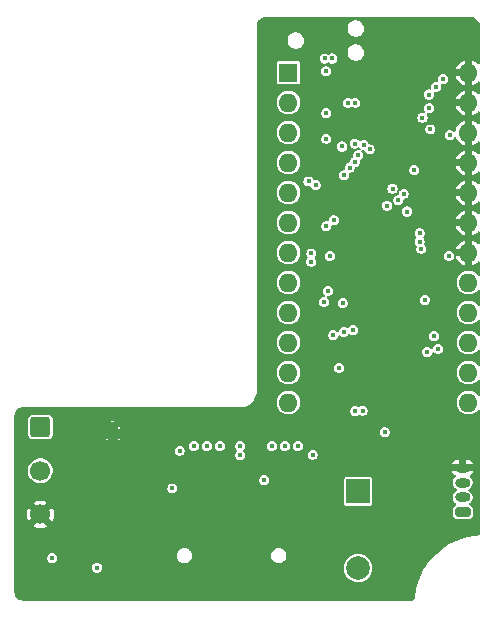
<source format=gbr>
%TF.GenerationSoftware,KiCad,Pcbnew,9.0.2*%
%TF.CreationDate,2025-08-17T18:49:40+06:00*%
%TF.ProjectId,hp3478a-ch32-ext,68703334-3738-4612-9d63-6833322d6578,rev?*%
%TF.SameCoordinates,Original*%
%TF.FileFunction,Copper,L3,Inr*%
%TF.FilePolarity,Positive*%
%FSLAX46Y46*%
G04 Gerber Fmt 4.6, Leading zero omitted, Abs format (unit mm)*
G04 Created by KiCad (PCBNEW 9.0.2) date 2025-08-17 18:49:40*
%MOMM*%
%LPD*%
G01*
G04 APERTURE LIST*
G04 Aperture macros list*
%AMRoundRect*
0 Rectangle with rounded corners*
0 $1 Rounding radius*
0 $2 $3 $4 $5 $6 $7 $8 $9 X,Y pos of 4 corners*
0 Add a 4 corners polygon primitive as box body*
4,1,4,$2,$3,$4,$5,$6,$7,$8,$9,$2,$3,0*
0 Add four circle primitives for the rounded corners*
1,1,$1+$1,$2,$3*
1,1,$1+$1,$4,$5*
1,1,$1+$1,$6,$7*
1,1,$1+$1,$8,$9*
0 Add four rect primitives between the rounded corners*
20,1,$1+$1,$2,$3,$4,$5,0*
20,1,$1+$1,$4,$5,$6,$7,0*
20,1,$1+$1,$6,$7,$8,$9,0*
20,1,$1+$1,$8,$9,$2,$3,0*%
G04 Aperture macros list end*
%TA.AperFunction,ComponentPad*%
%ADD10RoundRect,0.250000X-0.600000X0.600000X-0.600000X-0.600000X0.600000X-0.600000X0.600000X0.600000X0*%
%TD*%
%TA.AperFunction,ComponentPad*%
%ADD11C,1.700000*%
%TD*%
%TA.AperFunction,HeatsinkPad*%
%ADD12C,0.600000*%
%TD*%
%TA.AperFunction,ComponentPad*%
%ADD13RoundRect,0.200000X0.450000X-0.200000X0.450000X0.200000X-0.450000X0.200000X-0.450000X-0.200000X0*%
%TD*%
%TA.AperFunction,ComponentPad*%
%ADD14O,1.300000X0.800000*%
%TD*%
%TA.AperFunction,ComponentPad*%
%ADD15R,1.600000X1.600000*%
%TD*%
%TA.AperFunction,ComponentPad*%
%ADD16O,1.600000X1.600000*%
%TD*%
%TA.AperFunction,ComponentPad*%
%ADD17R,2.000000X2.000000*%
%TD*%
%TA.AperFunction,ComponentPad*%
%ADD18C,2.000000*%
%TD*%
%TA.AperFunction,ViaPad*%
%ADD19C,0.450000*%
%TD*%
G04 APERTURE END LIST*
D10*
%TO.N,VCC*%
%TO.C,J2*%
X30000000Y-73000000D03*
D11*
%TO.N,VDD*%
X30000000Y-76700000D03*
%TO.N,GND*%
X30000000Y-80400000D03*
%TD*%
D12*
%TO.N,GND*%
%TO.C,U2*%
X36112500Y-74050000D03*
X36112500Y-73050000D03*
%TD*%
D13*
%TO.N,/VBUS*%
%TO.C,J4*%
X65755000Y-80200000D03*
D14*
%TO.N,/USB_IN_D_N*%
X65755000Y-78950000D03*
%TO.N,/USB_IN_D_P*%
X65755000Y-77700000D03*
%TO.N,GND*%
X65755000Y-76450000D03*
%TD*%
D15*
%TO.N,unconnected-(J1-SHIELD-Pad1)*%
%TO.C,J1*%
X51000000Y-43000000D03*
D16*
%TO.N,Net-(J1-ATN)*%
X51000000Y-45540000D03*
%TO.N,Net-(J1-SRQ)*%
X51000000Y-48080000D03*
%TO.N,Net-(J1-IFC)*%
X51000000Y-50620000D03*
%TO.N,Net-(J1-NDAC)*%
X51000000Y-53160000D03*
%TO.N,Net-(J1-NRFD)*%
X51000000Y-55700000D03*
%TO.N,Net-(J1-DAV)*%
X51000000Y-58240000D03*
%TO.N,Net-(J1-EOI)*%
X51000000Y-60780000D03*
%TO.N,Net-(J1-DIO4)*%
X51000000Y-63320000D03*
%TO.N,Net-(J1-DIO3)*%
X51000000Y-65860000D03*
%TO.N,Net-(J1-DIO2)*%
X51000000Y-68400000D03*
%TO.N,Net-(J1-DIO1)*%
X51000000Y-70940000D03*
%TO.N,Net-(J1-DIO5)*%
X66240000Y-70940000D03*
%TO.N,Net-(J1-DIO6)*%
X66240000Y-68400000D03*
%TO.N,Net-(J1-DIO7)*%
X66240000Y-65860000D03*
%TO.N,Net-(J1-DIO8)*%
X66240000Y-63320000D03*
%TO.N,Net-(J1-REN)*%
X66240000Y-60780000D03*
%TO.N,GND*%
X66240000Y-58240000D03*
X66240000Y-55700000D03*
X66240000Y-53160000D03*
X66240000Y-50620000D03*
X66240000Y-48080000D03*
X66240000Y-45540000D03*
X66240000Y-43000000D03*
%TD*%
D17*
%TO.N,VDD*%
%TO.C,BZ1*%
X56900000Y-78450000D03*
D18*
%TO.N,Net-(BZ1--)*%
X56900000Y-84950000D03*
%TD*%
D19*
%TO.N,GND*%
X39200000Y-80180000D03*
X49360000Y-54780000D03*
X53978145Y-73878145D03*
X34120000Y-80180000D03*
X49360000Y-85260000D03*
X59520000Y-42080000D03*
X41740000Y-80180000D03*
X59520000Y-80180000D03*
X58200000Y-61600000D03*
X49360000Y-42080000D03*
X57800000Y-65400000D03*
X54440000Y-80180000D03*
X37050000Y-75250000D03*
X62060000Y-82720000D03*
X56100000Y-40300000D03*
X59520000Y-85260000D03*
X29040000Y-85260000D03*
X58800000Y-57700000D03*
X63100000Y-74300000D03*
X44280000Y-77640000D03*
X38750000Y-72150000D03*
X59520000Y-82720000D03*
X54863734Y-57013734D03*
X59520000Y-77640000D03*
X56980000Y-82720000D03*
X58350000Y-43000000D03*
X37000000Y-72400000D03*
X49360000Y-49700000D03*
X34575000Y-75875000D03*
X54440000Y-85260000D03*
X65300000Y-59700000D03*
X62060000Y-80180000D03*
X49360000Y-47160000D03*
X44700000Y-81600000D03*
X48484968Y-74584968D03*
X49360000Y-39540000D03*
X29040000Y-82720000D03*
X39200000Y-77640000D03*
X64600000Y-80180000D03*
X49360000Y-44620000D03*
X55430000Y-41630000D03*
X35700000Y-81400000D03*
X58900000Y-63400000D03*
X51900000Y-85260000D03*
X49360000Y-52240000D03*
X64600000Y-39540000D03*
X59000000Y-64900000D03*
X51900000Y-80180000D03*
X52984968Y-84900000D03*
X59200000Y-44200000D03*
X38378145Y-83478145D03*
X62060000Y-39540000D03*
X32000000Y-75900000D03*
X55550000Y-54250000D03*
X59520000Y-49700000D03*
X35850000Y-86900000D03*
X56980000Y-80180000D03*
X64600000Y-42080000D03*
X41175000Y-81975000D03*
X57700000Y-46600000D03*
X59520000Y-39540000D03*
X60050000Y-43000000D03*
X53200000Y-47600000D03*
X30100000Y-85900000D03*
X62060000Y-77640000D03*
X57545001Y-59902389D03*
X62060000Y-42080000D03*
X36660000Y-80180000D03*
X29040000Y-75100000D03*
X42325000Y-72225000D03*
%TO.N,/EOI*%
X56600000Y-50600000D03*
X55705118Y-64950000D03*
%TO.N,/DIO7*%
X63334000Y-65300000D03*
X62900000Y-44850000D03*
%TO.N,/DIO5*%
X63671734Y-66371734D03*
X64100000Y-43550000D03*
%TO.N,/DIO6*%
X62750000Y-66650000D03*
X63500000Y-44200000D03*
%TO.N,/DIO8*%
X62550000Y-62250000D03*
X63023000Y-47800000D03*
%TO.N,/DAV*%
X54000000Y-62400000D03*
X56915000Y-50000000D03*
%TO.N,/DIO3*%
X55700000Y-51700000D03*
X55275000Y-67975000D03*
%TO.N,/BUZZ*%
X54508356Y-58508356D03*
X52934000Y-59000000D03*
X48950000Y-77500000D03*
X53050000Y-75350000D03*
%TO.N,/DIO4*%
X54802062Y-65197938D03*
X56175734Y-51055000D03*
%TO.N,/NDAC*%
X55600000Y-62500000D03*
X57870000Y-49500000D03*
X54200000Y-46400000D03*
%TO.N,/NRFD*%
X57370000Y-49100000D03*
X56500000Y-64800000D03*
X54342158Y-61474626D03*
%TO.N,/USBFS_DP*%
X57277280Y-71622720D03*
X53300000Y-52500000D03*
%TO.N,/USBFS_DN*%
X56655546Y-71644454D03*
X52700000Y-52200000D03*
%TO.N,/SPI1_SCK*%
X60300000Y-53800000D03*
%TO.N,/I2C_SCL*%
X62255000Y-57900000D03*
X34800000Y-84900000D03*
%TO.N,VDD*%
X56050000Y-45550000D03*
X64600000Y-58500000D03*
X46920000Y-74600000D03*
X46920000Y-75400000D03*
X56650000Y-45550000D03*
X54200000Y-56000000D03*
X64650000Y-48300000D03*
X62350000Y-46800000D03*
X54200000Y-48599999D03*
%TO.N,/nRST*%
X41175000Y-78200000D03*
X41800000Y-75000000D03*
X54850000Y-55500000D03*
X52934000Y-58300000D03*
X54063621Y-41800000D03*
%TO.N,/VBUS*%
X62100000Y-56600000D03*
X59150000Y-73450000D03*
%TO.N,/SPI1_MISO*%
X49600000Y-74600000D03*
X60756000Y-53249000D03*
%TO.N,/SWDIO*%
X56600000Y-49000000D03*
X54186379Y-42886379D03*
%TO.N,/SWCLK*%
X54700000Y-41800000D03*
X55543933Y-49250000D03*
%TO.N,/BOOT1*%
X62910000Y-46010000D03*
X61650000Y-51250000D03*
%TO.N,/SPI1_NSS*%
X59350000Y-54250000D03*
X44100000Y-74600000D03*
%TO.N,/SPI1_MOSI*%
X59811000Y-52811000D03*
X45200000Y-74600000D03*
%TO.N,/I2C_SDA*%
X62100000Y-57300000D03*
X31000000Y-84100000D03*
%TO.N,/CARD_DET*%
X51800000Y-74600000D03*
X61050000Y-54755000D03*
%TO.N,Net-(J5-DAT2)*%
X43000000Y-74600000D03*
%TO.N,Net-(J5-DAT1)*%
X50700000Y-74600000D03*
%TD*%
%TA.AperFunction,Conductor*%
%TO.N,GND*%
G36*
X66504842Y-38300976D02*
G01*
X66626764Y-38312985D01*
X66645794Y-38316770D01*
X66651133Y-38318390D01*
X66758354Y-38350915D01*
X66776285Y-38358342D01*
X66880022Y-38413791D01*
X66896158Y-38424573D01*
X66987083Y-38499193D01*
X67000806Y-38512916D01*
X67075426Y-38603841D01*
X67086208Y-38619977D01*
X67141657Y-38723714D01*
X67149084Y-38741645D01*
X67183228Y-38854203D01*
X67187014Y-38873237D01*
X67199023Y-38995157D01*
X67199500Y-39004861D01*
X67199500Y-42164858D01*
X67180593Y-42223049D01*
X67131093Y-42259013D01*
X67069907Y-42259013D01*
X67030496Y-42234862D01*
X66956596Y-42160962D01*
X66816528Y-42059197D01*
X66816524Y-42059195D01*
X66662256Y-41980592D01*
X66662244Y-41980587D01*
X66540000Y-41940867D01*
X66540000Y-42734314D01*
X66485606Y-42679920D01*
X66394394Y-42627259D01*
X66292661Y-42600000D01*
X66187339Y-42600000D01*
X66085606Y-42627259D01*
X65994394Y-42679920D01*
X65919920Y-42754394D01*
X65867259Y-42845606D01*
X65840000Y-42947339D01*
X65840000Y-43052661D01*
X65867259Y-43154394D01*
X65919920Y-43245606D01*
X65994394Y-43320080D01*
X66085606Y-43372741D01*
X66187339Y-43400000D01*
X66292661Y-43400000D01*
X66394394Y-43372741D01*
X66485606Y-43320080D01*
X66540000Y-43265686D01*
X66540000Y-44059131D01*
X66662246Y-44019412D01*
X66816524Y-43940804D01*
X66816528Y-43940802D01*
X66956596Y-43839037D01*
X67030496Y-43765138D01*
X67085013Y-43737361D01*
X67145445Y-43746932D01*
X67188710Y-43790197D01*
X67199500Y-43835142D01*
X67199500Y-44704858D01*
X67180593Y-44763049D01*
X67131093Y-44799013D01*
X67069907Y-44799013D01*
X67030496Y-44774862D01*
X66956596Y-44700962D01*
X66816528Y-44599197D01*
X66816524Y-44599195D01*
X66662256Y-44520592D01*
X66662244Y-44520587D01*
X66540000Y-44480867D01*
X66540000Y-45274314D01*
X66485606Y-45219920D01*
X66394394Y-45167259D01*
X66292661Y-45140000D01*
X66187339Y-45140000D01*
X66085606Y-45167259D01*
X65994394Y-45219920D01*
X65919920Y-45294394D01*
X65867259Y-45385606D01*
X65840000Y-45487339D01*
X65840000Y-45592661D01*
X65867259Y-45694394D01*
X65919920Y-45785606D01*
X65994394Y-45860080D01*
X66085606Y-45912741D01*
X66187339Y-45940000D01*
X66292661Y-45940000D01*
X66394394Y-45912741D01*
X66485606Y-45860080D01*
X66540000Y-45805686D01*
X66540000Y-46599131D01*
X66662246Y-46559412D01*
X66816524Y-46480804D01*
X66816528Y-46480802D01*
X66956596Y-46379037D01*
X67030496Y-46305138D01*
X67085013Y-46277361D01*
X67145445Y-46286932D01*
X67188710Y-46330197D01*
X67199500Y-46375142D01*
X67199500Y-47244858D01*
X67180593Y-47303049D01*
X67131093Y-47339013D01*
X67069907Y-47339013D01*
X67030496Y-47314862D01*
X66956596Y-47240962D01*
X66816528Y-47139197D01*
X66816524Y-47139195D01*
X66662256Y-47060592D01*
X66662244Y-47060587D01*
X66540000Y-47020867D01*
X66540000Y-47814314D01*
X66485606Y-47759920D01*
X66394394Y-47707259D01*
X66292661Y-47680000D01*
X66187339Y-47680000D01*
X66085606Y-47707259D01*
X65994394Y-47759920D01*
X65940000Y-47814314D01*
X65940000Y-47020867D01*
X65939999Y-47020867D01*
X65817755Y-47060587D01*
X65817743Y-47060592D01*
X65663475Y-47139195D01*
X65663471Y-47139197D01*
X65523403Y-47240962D01*
X65400962Y-47363403D01*
X65299197Y-47503471D01*
X65299195Y-47503475D01*
X65220588Y-47657751D01*
X65167085Y-47822419D01*
X65143756Y-47969708D01*
X65115978Y-48024224D01*
X65061461Y-48052001D01*
X65001029Y-48042429D01*
X64975974Y-48024226D01*
X64911263Y-47959515D01*
X64911260Y-47959513D01*
X64814240Y-47903498D01*
X64814242Y-47903498D01*
X64772251Y-47892247D01*
X64706018Y-47874500D01*
X64593982Y-47874500D01*
X64527748Y-47892247D01*
X64485758Y-47903498D01*
X64388739Y-47959513D01*
X64309513Y-48038739D01*
X64253498Y-48135758D01*
X64252231Y-48140486D01*
X64224500Y-48243982D01*
X64224500Y-48356018D01*
X64250072Y-48451455D01*
X64253498Y-48464241D01*
X64305271Y-48553912D01*
X64309515Y-48561263D01*
X64388737Y-48640485D01*
X64388739Y-48640486D01*
X64485759Y-48696501D01*
X64485757Y-48696501D01*
X64485761Y-48696502D01*
X64485763Y-48696503D01*
X64593982Y-48725500D01*
X64593984Y-48725500D01*
X64706016Y-48725500D01*
X64706018Y-48725500D01*
X64814237Y-48696503D01*
X64814239Y-48696501D01*
X64814241Y-48696501D01*
X64852347Y-48674500D01*
X64911263Y-48640485D01*
X64990485Y-48561263D01*
X65038817Y-48477548D01*
X65084285Y-48436610D01*
X65145135Y-48430214D01*
X65198123Y-48460807D01*
X65218706Y-48496456D01*
X65220587Y-48502245D01*
X65299195Y-48656524D01*
X65299197Y-48656528D01*
X65400962Y-48796596D01*
X65523403Y-48919037D01*
X65663471Y-49020802D01*
X65663475Y-49020804D01*
X65817753Y-49099412D01*
X65939999Y-49139131D01*
X65940000Y-49139131D01*
X65940000Y-48345686D01*
X65994394Y-48400080D01*
X66085606Y-48452741D01*
X66187339Y-48480000D01*
X66292661Y-48480000D01*
X66394394Y-48452741D01*
X66485606Y-48400080D01*
X66540000Y-48345686D01*
X66540000Y-49139131D01*
X66662246Y-49099412D01*
X66816524Y-49020804D01*
X66816528Y-49020802D01*
X66956596Y-48919037D01*
X67030496Y-48845138D01*
X67085013Y-48817361D01*
X67145445Y-48826932D01*
X67188710Y-48870197D01*
X67199500Y-48915142D01*
X67199500Y-49784858D01*
X67180593Y-49843049D01*
X67131093Y-49879013D01*
X67069907Y-49879013D01*
X67030496Y-49854862D01*
X66956596Y-49780962D01*
X66816528Y-49679197D01*
X66816524Y-49679195D01*
X66662256Y-49600592D01*
X66662244Y-49600587D01*
X66540000Y-49560867D01*
X66540000Y-50354314D01*
X66485606Y-50299920D01*
X66394394Y-50247259D01*
X66292661Y-50220000D01*
X66187339Y-50220000D01*
X66085606Y-50247259D01*
X65994394Y-50299920D01*
X65919920Y-50374394D01*
X65867259Y-50465606D01*
X65840000Y-50567339D01*
X65840000Y-50672661D01*
X65867259Y-50774394D01*
X65919920Y-50865606D01*
X65994394Y-50940080D01*
X66085606Y-50992741D01*
X66187339Y-51020000D01*
X66292661Y-51020000D01*
X66394394Y-50992741D01*
X66485606Y-50940080D01*
X66540000Y-50885686D01*
X66540000Y-51679131D01*
X66662246Y-51639412D01*
X66816524Y-51560804D01*
X66816528Y-51560802D01*
X66956596Y-51459037D01*
X67030496Y-51385138D01*
X67085013Y-51357361D01*
X67145445Y-51366932D01*
X67188710Y-51410197D01*
X67199500Y-51455142D01*
X67199500Y-52324858D01*
X67180593Y-52383049D01*
X67131093Y-52419013D01*
X67069907Y-52419013D01*
X67030496Y-52394862D01*
X66956596Y-52320962D01*
X66816528Y-52219197D01*
X66816524Y-52219195D01*
X66662256Y-52140592D01*
X66662244Y-52140587D01*
X66540000Y-52100867D01*
X66540000Y-52894314D01*
X66485606Y-52839920D01*
X66394394Y-52787259D01*
X66292661Y-52760000D01*
X66187339Y-52760000D01*
X66085606Y-52787259D01*
X65994394Y-52839920D01*
X65919920Y-52914394D01*
X65867259Y-53005606D01*
X65840000Y-53107339D01*
X65840000Y-53212661D01*
X65867259Y-53314394D01*
X65919920Y-53405606D01*
X65994394Y-53480080D01*
X66085606Y-53532741D01*
X66187339Y-53560000D01*
X66292661Y-53560000D01*
X66394394Y-53532741D01*
X66485606Y-53480080D01*
X66540000Y-53425686D01*
X66540000Y-54219131D01*
X66662246Y-54179412D01*
X66816524Y-54100804D01*
X66816528Y-54100802D01*
X66956596Y-53999037D01*
X67030496Y-53925138D01*
X67085013Y-53897361D01*
X67145445Y-53906932D01*
X67188710Y-53950197D01*
X67199500Y-53995142D01*
X67199500Y-54864858D01*
X67180593Y-54923049D01*
X67131093Y-54959013D01*
X67069907Y-54959013D01*
X67030496Y-54934862D01*
X66956596Y-54860962D01*
X66816528Y-54759197D01*
X66816524Y-54759195D01*
X66662256Y-54680592D01*
X66662244Y-54680587D01*
X66540000Y-54640867D01*
X66540000Y-55434314D01*
X66485606Y-55379920D01*
X66394394Y-55327259D01*
X66292661Y-55300000D01*
X66187339Y-55300000D01*
X66085606Y-55327259D01*
X65994394Y-55379920D01*
X65919920Y-55454394D01*
X65867259Y-55545606D01*
X65840000Y-55647339D01*
X65840000Y-55752661D01*
X65867259Y-55854394D01*
X65919920Y-55945606D01*
X65994394Y-56020080D01*
X66085606Y-56072741D01*
X66187339Y-56100000D01*
X66292661Y-56100000D01*
X66394394Y-56072741D01*
X66485606Y-56020080D01*
X66540000Y-55965686D01*
X66540000Y-56759131D01*
X66662246Y-56719412D01*
X66816524Y-56640804D01*
X66816528Y-56640802D01*
X66956596Y-56539037D01*
X67030496Y-56465138D01*
X67085013Y-56437361D01*
X67145445Y-56446932D01*
X67188710Y-56490197D01*
X67199500Y-56535142D01*
X67199500Y-57404858D01*
X67180593Y-57463049D01*
X67131093Y-57499013D01*
X67069907Y-57499013D01*
X67030496Y-57474862D01*
X66956596Y-57400962D01*
X66816528Y-57299197D01*
X66816524Y-57299195D01*
X66662256Y-57220592D01*
X66662244Y-57220587D01*
X66540000Y-57180867D01*
X66540000Y-57974314D01*
X66485606Y-57919920D01*
X66394394Y-57867259D01*
X66292661Y-57840000D01*
X66187339Y-57840000D01*
X66085606Y-57867259D01*
X65994394Y-57919920D01*
X65919920Y-57994394D01*
X65867259Y-58085606D01*
X65840000Y-58187339D01*
X65840000Y-58292661D01*
X65867259Y-58394394D01*
X65919920Y-58485606D01*
X65994394Y-58560080D01*
X66085606Y-58612741D01*
X66187339Y-58640000D01*
X66292661Y-58640000D01*
X66394394Y-58612741D01*
X66485606Y-58560080D01*
X66540000Y-58505686D01*
X66540000Y-59299131D01*
X66662246Y-59259412D01*
X66816524Y-59180804D01*
X66816528Y-59180802D01*
X66956596Y-59079037D01*
X67030496Y-59005138D01*
X67085013Y-58977361D01*
X67145445Y-58986932D01*
X67188710Y-59030197D01*
X67199500Y-59075142D01*
X67199500Y-60088782D01*
X67180593Y-60146973D01*
X67131093Y-60182937D01*
X67069907Y-60182937D01*
X67020407Y-60146973D01*
X67018186Y-60143785D01*
X67017141Y-60142221D01*
X67017139Y-60142218D01*
X66877782Y-60002861D01*
X66713914Y-59893368D01*
X66713915Y-59893368D01*
X66713913Y-59893367D01*
X66531835Y-59817949D01*
X66338543Y-59779500D01*
X66338541Y-59779500D01*
X66141459Y-59779500D01*
X66141456Y-59779500D01*
X65948165Y-59817949D01*
X65948163Y-59817949D01*
X65766086Y-59893367D01*
X65602218Y-60002861D01*
X65602214Y-60002864D01*
X65462864Y-60142214D01*
X65462861Y-60142218D01*
X65353367Y-60306086D01*
X65277949Y-60488163D01*
X65277949Y-60488165D01*
X65239500Y-60681456D01*
X65239500Y-60878543D01*
X65277949Y-61071834D01*
X65277949Y-61071836D01*
X65353367Y-61253913D01*
X65353368Y-61253914D01*
X65462861Y-61417782D01*
X65602218Y-61557139D01*
X65766086Y-61666632D01*
X65948165Y-61742051D01*
X66141459Y-61780500D01*
X66141460Y-61780500D01*
X66338540Y-61780500D01*
X66338541Y-61780500D01*
X66531835Y-61742051D01*
X66713914Y-61666632D01*
X66877782Y-61557139D01*
X67017139Y-61417782D01*
X67018184Y-61416217D01*
X67018857Y-61415686D01*
X67020216Y-61414031D01*
X67020579Y-61414329D01*
X67066229Y-61378338D01*
X67127367Y-61375932D01*
X67178243Y-61409922D01*
X67199423Y-61467324D01*
X67199500Y-61471217D01*
X67199500Y-62628782D01*
X67180593Y-62686973D01*
X67131093Y-62722937D01*
X67069907Y-62722937D01*
X67020407Y-62686973D01*
X67018186Y-62683785D01*
X67017141Y-62682221D01*
X67017139Y-62682218D01*
X66877782Y-62542861D01*
X66747809Y-62456016D01*
X66713913Y-62433367D01*
X66531835Y-62357949D01*
X66338543Y-62319500D01*
X66338541Y-62319500D01*
X66141459Y-62319500D01*
X66141456Y-62319500D01*
X65948165Y-62357949D01*
X65948163Y-62357949D01*
X65766086Y-62433367D01*
X65602218Y-62542861D01*
X65602214Y-62542864D01*
X65462864Y-62682214D01*
X65462861Y-62682218D01*
X65353367Y-62846086D01*
X65277949Y-63028163D01*
X65277949Y-63028165D01*
X65239500Y-63221456D01*
X65239500Y-63418543D01*
X65277949Y-63611834D01*
X65277949Y-63611836D01*
X65353367Y-63793913D01*
X65353368Y-63793914D01*
X65462861Y-63957782D01*
X65602218Y-64097139D01*
X65766086Y-64206632D01*
X65948165Y-64282051D01*
X66141459Y-64320500D01*
X66141460Y-64320500D01*
X66338540Y-64320500D01*
X66338541Y-64320500D01*
X66531835Y-64282051D01*
X66713914Y-64206632D01*
X66877782Y-64097139D01*
X67017139Y-63957782D01*
X67018184Y-63956217D01*
X67018857Y-63955686D01*
X67020216Y-63954031D01*
X67020579Y-63954329D01*
X67066229Y-63918338D01*
X67127367Y-63915932D01*
X67178243Y-63949922D01*
X67199423Y-64007324D01*
X67199500Y-64011217D01*
X67199500Y-65168782D01*
X67180593Y-65226973D01*
X67131093Y-65262937D01*
X67069907Y-65262937D01*
X67020407Y-65226973D01*
X67018186Y-65223785D01*
X67017141Y-65222221D01*
X67017139Y-65222218D01*
X66877782Y-65082861D01*
X66713914Y-64973368D01*
X66713915Y-64973368D01*
X66713913Y-64973367D01*
X66531835Y-64897949D01*
X66338543Y-64859500D01*
X66338541Y-64859500D01*
X66141459Y-64859500D01*
X66141456Y-64859500D01*
X65948165Y-64897949D01*
X65948163Y-64897949D01*
X65766086Y-64973367D01*
X65602218Y-65082861D01*
X65602214Y-65082864D01*
X65462864Y-65222214D01*
X65462861Y-65222218D01*
X65353367Y-65386086D01*
X65277949Y-65568163D01*
X65277949Y-65568165D01*
X65239500Y-65761456D01*
X65239500Y-65761459D01*
X65239500Y-65958541D01*
X65269721Y-66110473D01*
X65277949Y-66151834D01*
X65277949Y-66151836D01*
X65353367Y-66333913D01*
X65353368Y-66333914D01*
X65462861Y-66497782D01*
X65602218Y-66637139D01*
X65766086Y-66746632D01*
X65948165Y-66822051D01*
X66141459Y-66860500D01*
X66141460Y-66860500D01*
X66338540Y-66860500D01*
X66338541Y-66860500D01*
X66531835Y-66822051D01*
X66713914Y-66746632D01*
X66877782Y-66637139D01*
X67017139Y-66497782D01*
X67018184Y-66496217D01*
X67018857Y-66495686D01*
X67020216Y-66494031D01*
X67020579Y-66494329D01*
X67066229Y-66458338D01*
X67127367Y-66455932D01*
X67178243Y-66489922D01*
X67199423Y-66547324D01*
X67199500Y-66551217D01*
X67199500Y-67708782D01*
X67180593Y-67766973D01*
X67131093Y-67802937D01*
X67069907Y-67802937D01*
X67020407Y-67766973D01*
X67018186Y-67763785D01*
X67017141Y-67762221D01*
X67017139Y-67762218D01*
X66877782Y-67622861D01*
X66713914Y-67513368D01*
X66713915Y-67513368D01*
X66713913Y-67513367D01*
X66531835Y-67437949D01*
X66338543Y-67399500D01*
X66338541Y-67399500D01*
X66141459Y-67399500D01*
X66141456Y-67399500D01*
X65948165Y-67437949D01*
X65948163Y-67437949D01*
X65766086Y-67513367D01*
X65602218Y-67622861D01*
X65602214Y-67622864D01*
X65462864Y-67762214D01*
X65462861Y-67762218D01*
X65353367Y-67926086D01*
X65277949Y-68108163D01*
X65277949Y-68108165D01*
X65239500Y-68301456D01*
X65239500Y-68498543D01*
X65277949Y-68691834D01*
X65277949Y-68691836D01*
X65353367Y-68873913D01*
X65353368Y-68873914D01*
X65462861Y-69037782D01*
X65602218Y-69177139D01*
X65766086Y-69286632D01*
X65948165Y-69362051D01*
X66141459Y-69400500D01*
X66141460Y-69400500D01*
X66338540Y-69400500D01*
X66338541Y-69400500D01*
X66531835Y-69362051D01*
X66713914Y-69286632D01*
X66877782Y-69177139D01*
X67017139Y-69037782D01*
X67018184Y-69036217D01*
X67018857Y-69035686D01*
X67020216Y-69034031D01*
X67020579Y-69034329D01*
X67066229Y-68998338D01*
X67127367Y-68995932D01*
X67178243Y-69029922D01*
X67199423Y-69087324D01*
X67199500Y-69091217D01*
X67199500Y-70248782D01*
X67180593Y-70306973D01*
X67131093Y-70342937D01*
X67069907Y-70342937D01*
X67020407Y-70306973D01*
X67018186Y-70303785D01*
X67017141Y-70302221D01*
X67017139Y-70302218D01*
X66877782Y-70162861D01*
X66713914Y-70053368D01*
X66713915Y-70053368D01*
X66713913Y-70053367D01*
X66531835Y-69977949D01*
X66338543Y-69939500D01*
X66338541Y-69939500D01*
X66141459Y-69939500D01*
X66141456Y-69939500D01*
X65948165Y-69977949D01*
X65948163Y-69977949D01*
X65766086Y-70053367D01*
X65602218Y-70162861D01*
X65602214Y-70162864D01*
X65462864Y-70302214D01*
X65462861Y-70302218D01*
X65353367Y-70466086D01*
X65277949Y-70648163D01*
X65277949Y-70648165D01*
X65239500Y-70841456D01*
X65239500Y-70841459D01*
X65239500Y-71038541D01*
X65276831Y-71226217D01*
X65277949Y-71231834D01*
X65277949Y-71231836D01*
X65353367Y-71413913D01*
X65360490Y-71424573D01*
X65462861Y-71577782D01*
X65602218Y-71717139D01*
X65766086Y-71826632D01*
X65948165Y-71902051D01*
X66141459Y-71940500D01*
X66141460Y-71940500D01*
X66338540Y-71940500D01*
X66338541Y-71940500D01*
X66531835Y-71902051D01*
X66713914Y-71826632D01*
X66877782Y-71717139D01*
X67017139Y-71577782D01*
X67018184Y-71576217D01*
X67018857Y-71575686D01*
X67020216Y-71574031D01*
X67020579Y-71574329D01*
X67066229Y-71538338D01*
X67127367Y-71535932D01*
X67178243Y-71569922D01*
X67199423Y-71627324D01*
X67199500Y-71631217D01*
X67199500Y-81992209D01*
X67198281Y-82007697D01*
X67192188Y-82046163D01*
X67182617Y-82075619D01*
X67168519Y-82103289D01*
X67150311Y-82128350D01*
X67128348Y-82150312D01*
X67103292Y-82168516D01*
X67075622Y-82182615D01*
X67046164Y-82192187D01*
X67021617Y-82196075D01*
X67015097Y-82196887D01*
X66997435Y-82198493D01*
X66990841Y-82199093D01*
X66981877Y-82199500D01*
X66952408Y-82199500D01*
X66949808Y-82200344D01*
X66928169Y-82204782D01*
X66748848Y-82221049D01*
X66550097Y-82254727D01*
X66305430Y-82296186D01*
X66087524Y-82350677D01*
X65869129Y-82405292D01*
X65869121Y-82405294D01*
X65442549Y-82547717D01*
X65028205Y-82722621D01*
X64628597Y-82928950D01*
X64246088Y-83165483D01*
X64003999Y-83342369D01*
X63962254Y-83372872D01*
X63882955Y-83430813D01*
X63541371Y-83723348D01*
X63223352Y-84041367D01*
X63200636Y-84067892D01*
X62930815Y-84382951D01*
X62930810Y-84382958D01*
X62665486Y-84746084D01*
X62428953Y-85128592D01*
X62222623Y-85528200D01*
X62047720Y-85942541D01*
X61905294Y-86369124D01*
X61905289Y-86369142D01*
X61796190Y-86805411D01*
X61796188Y-86805417D01*
X61796187Y-86805425D01*
X61764040Y-86995138D01*
X61721050Y-87248841D01*
X61704783Y-87428159D01*
X61704782Y-87428166D01*
X61703777Y-87439233D01*
X61699499Y-87452403D01*
X61699499Y-87486350D01*
X61699093Y-87490822D01*
X61699092Y-87490835D01*
X61696885Y-87515108D01*
X61696073Y-87521628D01*
X61692188Y-87546160D01*
X61682617Y-87575619D01*
X61668520Y-87603287D01*
X61650314Y-87628347D01*
X61628349Y-87650312D01*
X61603290Y-87668518D01*
X61575619Y-87682617D01*
X61546163Y-87692188D01*
X61521282Y-87696129D01*
X61507694Y-87698281D01*
X61492210Y-87699500D01*
X28504861Y-87699500D01*
X28495157Y-87699023D01*
X28373237Y-87687014D01*
X28354203Y-87683228D01*
X28241645Y-87649084D01*
X28223714Y-87641657D01*
X28119977Y-87586208D01*
X28103841Y-87575426D01*
X28012916Y-87500806D01*
X27999193Y-87487083D01*
X27924573Y-87396158D01*
X27913791Y-87380022D01*
X27858342Y-87276285D01*
X27850915Y-87258354D01*
X27816771Y-87145796D01*
X27812985Y-87126762D01*
X27800977Y-87004842D01*
X27800500Y-86995138D01*
X27800500Y-84843982D01*
X34374500Y-84843982D01*
X34374500Y-84956018D01*
X34398203Y-85044481D01*
X34403498Y-85064241D01*
X34459513Y-85161260D01*
X34459515Y-85161263D01*
X34538737Y-85240485D01*
X34538739Y-85240486D01*
X34635759Y-85296501D01*
X34635757Y-85296501D01*
X34635761Y-85296502D01*
X34635763Y-85296503D01*
X34743982Y-85325500D01*
X34743984Y-85325500D01*
X34856016Y-85325500D01*
X34856018Y-85325500D01*
X34964237Y-85296503D01*
X34964239Y-85296501D01*
X34964241Y-85296501D01*
X34993064Y-85279859D01*
X35061263Y-85240485D01*
X35140485Y-85161263D01*
X35196503Y-85064237D01*
X35225500Y-84956018D01*
X35225500Y-84855515D01*
X55699500Y-84855515D01*
X55699500Y-85044484D01*
X55729058Y-85231113D01*
X55787453Y-85410832D01*
X55847254Y-85528200D01*
X55873240Y-85579199D01*
X55984310Y-85732073D01*
X56117927Y-85865690D01*
X56270801Y-85976760D01*
X56439168Y-86062547D01*
X56618882Y-86120940D01*
X56618883Y-86120940D01*
X56618886Y-86120941D01*
X56805516Y-86150500D01*
X56805519Y-86150500D01*
X56994484Y-86150500D01*
X57181113Y-86120941D01*
X57181114Y-86120940D01*
X57181118Y-86120940D01*
X57360832Y-86062547D01*
X57529199Y-85976760D01*
X57682073Y-85865690D01*
X57815690Y-85732073D01*
X57926760Y-85579199D01*
X58012547Y-85410832D01*
X58070940Y-85231118D01*
X58082004Y-85161263D01*
X58100500Y-85044484D01*
X58100500Y-84855515D01*
X58070941Y-84668886D01*
X58035404Y-84559515D01*
X58012547Y-84489168D01*
X57926760Y-84320801D01*
X57815690Y-84167927D01*
X57682073Y-84034310D01*
X57529199Y-83923240D01*
X57529198Y-83923239D01*
X57529196Y-83923238D01*
X57360832Y-83837453D01*
X57181113Y-83779058D01*
X56994484Y-83749500D01*
X56994481Y-83749500D01*
X56805519Y-83749500D01*
X56805516Y-83749500D01*
X56618886Y-83779058D01*
X56439167Y-83837453D01*
X56270803Y-83923238D01*
X56117928Y-84034309D01*
X55984309Y-84167928D01*
X55873238Y-84320803D01*
X55787453Y-84489167D01*
X55729058Y-84668886D01*
X55699500Y-84855515D01*
X35225500Y-84855515D01*
X35225500Y-84843982D01*
X35196503Y-84735763D01*
X35196501Y-84735760D01*
X35196501Y-84735758D01*
X35140486Y-84638739D01*
X35140485Y-84638737D01*
X35061263Y-84559515D01*
X35061260Y-84559513D01*
X34964240Y-84503498D01*
X34964242Y-84503498D01*
X34910756Y-84489167D01*
X34856018Y-84474500D01*
X34743982Y-84474500D01*
X34689244Y-84489167D01*
X34635758Y-84503498D01*
X34538739Y-84559513D01*
X34459513Y-84638739D01*
X34403498Y-84735758D01*
X34389858Y-84786664D01*
X34374500Y-84843982D01*
X27800500Y-84843982D01*
X27800500Y-84043982D01*
X30574500Y-84043982D01*
X30574500Y-84156018D01*
X30582608Y-84186278D01*
X30603498Y-84264241D01*
X30636154Y-84320801D01*
X30659515Y-84361263D01*
X30738737Y-84440485D01*
X30738739Y-84440486D01*
X30835759Y-84496501D01*
X30835757Y-84496501D01*
X30835761Y-84496502D01*
X30835763Y-84496503D01*
X30943982Y-84525500D01*
X30943984Y-84525500D01*
X31056016Y-84525500D01*
X31056018Y-84525500D01*
X31164237Y-84496503D01*
X31164239Y-84496501D01*
X31164241Y-84496501D01*
X31225198Y-84461307D01*
X31261263Y-84440485D01*
X31340485Y-84361263D01*
X31396503Y-84264237D01*
X31425500Y-84156018D01*
X31425500Y-84043982D01*
X31396503Y-83935763D01*
X31396501Y-83935760D01*
X31396501Y-83935758D01*
X31352019Y-83858714D01*
X31352018Y-83858713D01*
X31340486Y-83838739D01*
X31340485Y-83838737D01*
X31315824Y-83814076D01*
X41534468Y-83814076D01*
X41534468Y-83942214D01*
X41554711Y-84043982D01*
X41559467Y-84067887D01*
X41559468Y-84067892D01*
X41608502Y-84186270D01*
X41608506Y-84186278D01*
X41651333Y-84250371D01*
X41679692Y-84292814D01*
X41770299Y-84383421D01*
X41833816Y-84425862D01*
X41876834Y-84454606D01*
X41876838Y-84454608D01*
X41876841Y-84454610D01*
X41995224Y-84503646D01*
X42120899Y-84528645D01*
X42120900Y-84528645D01*
X42249036Y-84528645D01*
X42249037Y-84528645D01*
X42374712Y-84503646D01*
X42493095Y-84454610D01*
X42599637Y-84383421D01*
X42690244Y-84292814D01*
X42761433Y-84186272D01*
X42810469Y-84067889D01*
X42835468Y-83942214D01*
X42835468Y-83814076D01*
X49534468Y-83814076D01*
X49534468Y-83942214D01*
X49554711Y-84043982D01*
X49559467Y-84067887D01*
X49559468Y-84067892D01*
X49608502Y-84186270D01*
X49608506Y-84186278D01*
X49651333Y-84250371D01*
X49679692Y-84292814D01*
X49770299Y-84383421D01*
X49833816Y-84425862D01*
X49876834Y-84454606D01*
X49876838Y-84454608D01*
X49876841Y-84454610D01*
X49995224Y-84503646D01*
X50120899Y-84528645D01*
X50120900Y-84528645D01*
X50249036Y-84528645D01*
X50249037Y-84528645D01*
X50374712Y-84503646D01*
X50493095Y-84454610D01*
X50599637Y-84383421D01*
X50690244Y-84292814D01*
X50761433Y-84186272D01*
X50810469Y-84067889D01*
X50835468Y-83942214D01*
X50835468Y-83814076D01*
X50810469Y-83688401D01*
X50761433Y-83570018D01*
X50761431Y-83570015D01*
X50761429Y-83570011D01*
X50732685Y-83526993D01*
X50690244Y-83463476D01*
X50599637Y-83372869D01*
X50557194Y-83344510D01*
X50493101Y-83301683D01*
X50493093Y-83301679D01*
X50374715Y-83252645D01*
X50374713Y-83252644D01*
X50374712Y-83252644D01*
X50249037Y-83227645D01*
X50120899Y-83227645D01*
X50120898Y-83227645D01*
X50058061Y-83240144D01*
X49995224Y-83252644D01*
X49995223Y-83252644D01*
X49995220Y-83252645D01*
X49876842Y-83301679D01*
X49876834Y-83301683D01*
X49770299Y-83372869D01*
X49770295Y-83372872D01*
X49679695Y-83463472D01*
X49679692Y-83463476D01*
X49608506Y-83570011D01*
X49608502Y-83570019D01*
X49559468Y-83688397D01*
X49559467Y-83688400D01*
X49559467Y-83688401D01*
X49534468Y-83814076D01*
X42835468Y-83814076D01*
X42810469Y-83688401D01*
X42761433Y-83570018D01*
X42761431Y-83570015D01*
X42761429Y-83570011D01*
X42732685Y-83526993D01*
X42690244Y-83463476D01*
X42599637Y-83372869D01*
X42557194Y-83344510D01*
X42493101Y-83301683D01*
X42493093Y-83301679D01*
X42374715Y-83252645D01*
X42374713Y-83252644D01*
X42374712Y-83252644D01*
X42249037Y-83227645D01*
X42120899Y-83227645D01*
X42120898Y-83227645D01*
X42058061Y-83240144D01*
X41995224Y-83252644D01*
X41995223Y-83252644D01*
X41995220Y-83252645D01*
X41876842Y-83301679D01*
X41876834Y-83301683D01*
X41770299Y-83372869D01*
X41770295Y-83372872D01*
X41679695Y-83463472D01*
X41679692Y-83463476D01*
X41608506Y-83570011D01*
X41608502Y-83570019D01*
X41559468Y-83688397D01*
X41559467Y-83688400D01*
X41559467Y-83688401D01*
X41534468Y-83814076D01*
X31315824Y-83814076D01*
X31261263Y-83759515D01*
X31243917Y-83749500D01*
X31164240Y-83703498D01*
X31164242Y-83703498D01*
X31107901Y-83688402D01*
X31056018Y-83674500D01*
X30943982Y-83674500D01*
X30892099Y-83688402D01*
X30835758Y-83703498D01*
X30738739Y-83759513D01*
X30659513Y-83838739D01*
X30603498Y-83935758D01*
X30603497Y-83935763D01*
X30574500Y-84043982D01*
X27800500Y-84043982D01*
X27800500Y-81398226D01*
X29426037Y-81398226D01*
X29558556Y-81465748D01*
X29730710Y-81521683D01*
X29909490Y-81550000D01*
X30090510Y-81550000D01*
X30269289Y-81521683D01*
X30441445Y-81465747D01*
X30573961Y-81398226D01*
X29999999Y-80824264D01*
X29426037Y-81398226D01*
X27800500Y-81398226D01*
X27800500Y-80309489D01*
X28850000Y-80309489D01*
X28850000Y-80490510D01*
X28878316Y-80669289D01*
X28934252Y-80841445D01*
X29001772Y-80973961D01*
X29575734Y-80399999D01*
X29523074Y-80347339D01*
X29600000Y-80347339D01*
X29600000Y-80452661D01*
X29627259Y-80554394D01*
X29679920Y-80645606D01*
X29754394Y-80720080D01*
X29845606Y-80772741D01*
X29947339Y-80800000D01*
X30052661Y-80800000D01*
X30154394Y-80772741D01*
X30245606Y-80720080D01*
X30320080Y-80645606D01*
X30372741Y-80554394D01*
X30400000Y-80452661D01*
X30400000Y-80399999D01*
X30424264Y-80399999D01*
X30998226Y-80973961D01*
X31065747Y-80841445D01*
X31121683Y-80669289D01*
X31150000Y-80490510D01*
X31150000Y-80309489D01*
X31121683Y-80130710D01*
X31065748Y-79958556D01*
X30998226Y-79826037D01*
X30424264Y-80399999D01*
X30400000Y-80399999D01*
X30400000Y-80347339D01*
X30372741Y-80245606D01*
X30320080Y-80154394D01*
X30245606Y-80079920D01*
X30154394Y-80027259D01*
X30052661Y-80000000D01*
X29947339Y-80000000D01*
X29845606Y-80027259D01*
X29754394Y-80079920D01*
X29679920Y-80154394D01*
X29627259Y-80245606D01*
X29600000Y-80347339D01*
X29523074Y-80347339D01*
X29001772Y-79826037D01*
X28934252Y-79958554D01*
X28878316Y-80130710D01*
X28850000Y-80309489D01*
X27800500Y-80309489D01*
X27800500Y-79401772D01*
X29426037Y-79401772D01*
X29999999Y-79975734D01*
X30573961Y-79401772D01*
X30441445Y-79334252D01*
X30269289Y-79278316D01*
X30090510Y-79250000D01*
X29909490Y-79250000D01*
X29730710Y-79278316D01*
X29558554Y-79334252D01*
X29426037Y-79401772D01*
X27800500Y-79401772D01*
X27800500Y-78143982D01*
X40749500Y-78143982D01*
X40749500Y-78256018D01*
X40773499Y-78345583D01*
X40778498Y-78364241D01*
X40834513Y-78461260D01*
X40834515Y-78461263D01*
X40913737Y-78540485D01*
X40913739Y-78540486D01*
X41010759Y-78596501D01*
X41010757Y-78596501D01*
X41010761Y-78596502D01*
X41010763Y-78596503D01*
X41118982Y-78625500D01*
X41118984Y-78625500D01*
X41231016Y-78625500D01*
X41231018Y-78625500D01*
X41339237Y-78596503D01*
X41339239Y-78596501D01*
X41339241Y-78596501D01*
X41368064Y-78579859D01*
X41436263Y-78540485D01*
X41515485Y-78461263D01*
X41571503Y-78364237D01*
X41600500Y-78256018D01*
X41600500Y-78143982D01*
X41571503Y-78035763D01*
X41571501Y-78035760D01*
X41571501Y-78035758D01*
X41515486Y-77938739D01*
X41515485Y-77938737D01*
X41436263Y-77859515D01*
X41436260Y-77859513D01*
X41339240Y-77803498D01*
X41339242Y-77803498D01*
X41297251Y-77792247D01*
X41231018Y-77774500D01*
X41118982Y-77774500D01*
X41052748Y-77792247D01*
X41010758Y-77803498D01*
X40913739Y-77859513D01*
X40834513Y-77938739D01*
X40778498Y-78035758D01*
X40769667Y-78068716D01*
X40749500Y-78143982D01*
X27800500Y-78143982D01*
X27800500Y-76596532D01*
X28949500Y-76596532D01*
X28949500Y-76803467D01*
X28989869Y-77006418D01*
X29069058Y-77197597D01*
X29158384Y-77331284D01*
X29184023Y-77369655D01*
X29330345Y-77515977D01*
X29502402Y-77630941D01*
X29693580Y-77710130D01*
X29896535Y-77750500D01*
X29896536Y-77750500D01*
X30103464Y-77750500D01*
X30103465Y-77750500D01*
X30306420Y-77710130D01*
X30497598Y-77630941D01*
X30669655Y-77515977D01*
X30741650Y-77443982D01*
X48524500Y-77443982D01*
X48524500Y-77556018D01*
X48550072Y-77651455D01*
X48553498Y-77664241D01*
X48579993Y-77710130D01*
X48609515Y-77761263D01*
X48688737Y-77840485D01*
X48688739Y-77840486D01*
X48785759Y-77896501D01*
X48785757Y-77896501D01*
X48785761Y-77896502D01*
X48785763Y-77896503D01*
X48893982Y-77925500D01*
X48893984Y-77925500D01*
X49006016Y-77925500D01*
X49006018Y-77925500D01*
X49114237Y-77896503D01*
X49114239Y-77896501D01*
X49114241Y-77896501D01*
X49143064Y-77879859D01*
X49211263Y-77840485D01*
X49290485Y-77761263D01*
X49346503Y-77664237D01*
X49375500Y-77556018D01*
X49375500Y-77443982D01*
X49371821Y-77430253D01*
X55699500Y-77430253D01*
X55699500Y-79469746D01*
X55699501Y-79469758D01*
X55707422Y-79509577D01*
X55711133Y-79528231D01*
X55755448Y-79594552D01*
X55821769Y-79638867D01*
X55866231Y-79647711D01*
X55880241Y-79650498D01*
X55880246Y-79650498D01*
X55880252Y-79650500D01*
X55880253Y-79650500D01*
X57919747Y-79650500D01*
X57919748Y-79650500D01*
X57978231Y-79638867D01*
X58044552Y-79594552D01*
X58088867Y-79528231D01*
X58100500Y-79469748D01*
X58100500Y-77430252D01*
X58088867Y-77371769D01*
X58044552Y-77305448D01*
X58044548Y-77305445D01*
X57978233Y-77261134D01*
X57978231Y-77261133D01*
X57978228Y-77261132D01*
X57978227Y-77261132D01*
X57919758Y-77249501D01*
X57919748Y-77249500D01*
X55880252Y-77249500D01*
X55880251Y-77249500D01*
X55880241Y-77249501D01*
X55821772Y-77261132D01*
X55821766Y-77261134D01*
X55755451Y-77305445D01*
X55755445Y-77305451D01*
X55711134Y-77371766D01*
X55711132Y-77371772D01*
X55699501Y-77430241D01*
X55699500Y-77430253D01*
X49371821Y-77430253D01*
X49346503Y-77335763D01*
X49346501Y-77335760D01*
X49346501Y-77335758D01*
X49290486Y-77238739D01*
X49290485Y-77238737D01*
X49211263Y-77159515D01*
X49178195Y-77140423D01*
X49114240Y-77103498D01*
X49114242Y-77103498D01*
X49072251Y-77092247D01*
X49006018Y-77074500D01*
X48893982Y-77074500D01*
X48827748Y-77092247D01*
X48785758Y-77103498D01*
X48688739Y-77159513D01*
X48609513Y-77238739D01*
X48553498Y-77335758D01*
X48553497Y-77335763D01*
X48524500Y-77443982D01*
X30741650Y-77443982D01*
X30815977Y-77369655D01*
X30930941Y-77197598D01*
X31010130Y-77006420D01*
X31050500Y-76803465D01*
X31050500Y-76750000D01*
X64871590Y-76750000D01*
X64884665Y-76781568D01*
X64884670Y-76781578D01*
X64961271Y-76896220D01*
X65058779Y-76993728D01*
X65143581Y-77050390D01*
X65181461Y-77098440D01*
X65183863Y-77159578D01*
X65149871Y-77210452D01*
X65138088Y-77218438D01*
X65136286Y-77219478D01*
X65136284Y-77219480D01*
X65024480Y-77331284D01*
X64945423Y-77468216D01*
X64904500Y-77620943D01*
X64904500Y-77779057D01*
X64945423Y-77931784D01*
X65024480Y-78068716D01*
X65136284Y-78180520D01*
X65238033Y-78239264D01*
X65278973Y-78284733D01*
X65285369Y-78345583D01*
X65254776Y-78398571D01*
X65238036Y-78410733D01*
X65136284Y-78469480D01*
X65024480Y-78581284D01*
X64945423Y-78718216D01*
X64904500Y-78870943D01*
X64904500Y-79029057D01*
X64945423Y-79181784D01*
X65024480Y-79318716D01*
X65136284Y-79430520D01*
X65167869Y-79448755D01*
X65208809Y-79494224D01*
X65215205Y-79555074D01*
X65184612Y-79608062D01*
X65163314Y-79622700D01*
X65066659Y-79671949D01*
X64976949Y-79761659D01*
X64919354Y-79874695D01*
X64904500Y-79968477D01*
X64904500Y-80431520D01*
X64904501Y-80431523D01*
X64919352Y-80525299D01*
X64919354Y-80525304D01*
X64976950Y-80638342D01*
X65066658Y-80728050D01*
X65179696Y-80785646D01*
X65273481Y-80800500D01*
X66236518Y-80800499D01*
X66236521Y-80800499D01*
X66236522Y-80800498D01*
X66283411Y-80793072D01*
X66330299Y-80785647D01*
X66330299Y-80785646D01*
X66330304Y-80785646D01*
X66443342Y-80728050D01*
X66533050Y-80638342D01*
X66590646Y-80525304D01*
X66605500Y-80431519D01*
X66605499Y-79968482D01*
X66590646Y-79874696D01*
X66533050Y-79761658D01*
X66443342Y-79671950D01*
X66440236Y-79670367D01*
X66346685Y-79622700D01*
X66303421Y-79579435D01*
X66293850Y-79519003D01*
X66321628Y-79464487D01*
X66342127Y-79448757D01*
X66373716Y-79430520D01*
X66485520Y-79318716D01*
X66564577Y-79181784D01*
X66605500Y-79029057D01*
X66605500Y-78870943D01*
X66564577Y-78718216D01*
X66485520Y-78581284D01*
X66373716Y-78469480D01*
X66271966Y-78410735D01*
X66231026Y-78365268D01*
X66224630Y-78304417D01*
X66255223Y-78251429D01*
X66271963Y-78239266D01*
X66373716Y-78180520D01*
X66485520Y-78068716D01*
X66564577Y-77931784D01*
X66605500Y-77779057D01*
X66605500Y-77620943D01*
X66564577Y-77468216D01*
X66485520Y-77331284D01*
X66373716Y-77219480D01*
X66371915Y-77218440D01*
X66370918Y-77217332D01*
X66368570Y-77215531D01*
X66368904Y-77215095D01*
X66330976Y-77172970D01*
X66324583Y-77112119D01*
X66355178Y-77059132D01*
X66366419Y-77050390D01*
X66451218Y-76993730D01*
X66548728Y-76896220D01*
X66625329Y-76781578D01*
X66625334Y-76781568D01*
X66638410Y-76750000D01*
X64871590Y-76750000D01*
X31050500Y-76750000D01*
X31050500Y-76596535D01*
X31011461Y-76400272D01*
X65505000Y-76400272D01*
X65505000Y-76499728D01*
X65543060Y-76591614D01*
X65613386Y-76661940D01*
X65705272Y-76700000D01*
X65804728Y-76700000D01*
X65896614Y-76661940D01*
X65966940Y-76591614D01*
X66005000Y-76499728D01*
X66005000Y-76400272D01*
X65966940Y-76308386D01*
X65896614Y-76238060D01*
X65804728Y-76200000D01*
X65705272Y-76200000D01*
X65613386Y-76238060D01*
X65543060Y-76308386D01*
X65505000Y-76400272D01*
X31011461Y-76400272D01*
X31010130Y-76393580D01*
X30930941Y-76202402D01*
X30895927Y-76149999D01*
X64871589Y-76149999D01*
X64871590Y-76150000D01*
X65454999Y-76150000D01*
X65455000Y-76149999D01*
X65455000Y-75750001D01*
X66055000Y-75750001D01*
X66055000Y-76149999D01*
X66055001Y-76150000D01*
X66638410Y-76150000D01*
X66638410Y-76149999D01*
X66625334Y-76118431D01*
X66625329Y-76118421D01*
X66548728Y-76003779D01*
X66451220Y-75906271D01*
X66336571Y-75829666D01*
X66209183Y-75776901D01*
X66073944Y-75750000D01*
X66055001Y-75750000D01*
X66055000Y-75750001D01*
X65455000Y-75750001D01*
X65454999Y-75750000D01*
X65436055Y-75750000D01*
X65300816Y-75776901D01*
X65173428Y-75829666D01*
X65058779Y-75906271D01*
X64961271Y-76003779D01*
X64884670Y-76118421D01*
X64884665Y-76118431D01*
X64871589Y-76149999D01*
X30895927Y-76149999D01*
X30815977Y-76030345D01*
X30669655Y-75884023D01*
X30669651Y-75884020D01*
X30497597Y-75769058D01*
X30306418Y-75689869D01*
X30103467Y-75649500D01*
X30103465Y-75649500D01*
X29896535Y-75649500D01*
X29896532Y-75649500D01*
X29693581Y-75689869D01*
X29502402Y-75769058D01*
X29330348Y-75884020D01*
X29184020Y-76030348D01*
X29069058Y-76202402D01*
X28989869Y-76393581D01*
X28949500Y-76596532D01*
X27800500Y-76596532D01*
X27800500Y-74943982D01*
X41374500Y-74943982D01*
X41374500Y-75056018D01*
X41378248Y-75070004D01*
X41403498Y-75164241D01*
X41459513Y-75261260D01*
X41459515Y-75261263D01*
X41538737Y-75340485D01*
X41538739Y-75340486D01*
X41635759Y-75396501D01*
X41635757Y-75396501D01*
X41635761Y-75396502D01*
X41635763Y-75396503D01*
X41743982Y-75425500D01*
X41743984Y-75425500D01*
X41856016Y-75425500D01*
X41856018Y-75425500D01*
X41964237Y-75396503D01*
X41964239Y-75396501D01*
X41964241Y-75396501D01*
X41993064Y-75379859D01*
X42061263Y-75340485D01*
X42140485Y-75261263D01*
X42196503Y-75164237D01*
X42225500Y-75056018D01*
X42225500Y-74943982D01*
X42196503Y-74835763D01*
X42196501Y-74835760D01*
X42196501Y-74835758D01*
X42140486Y-74738739D01*
X42140485Y-74738737D01*
X42061263Y-74659515D01*
X41998414Y-74623229D01*
X41998412Y-74623227D01*
X41964240Y-74603498D01*
X41964242Y-74603498D01*
X41922251Y-74592247D01*
X41856018Y-74574500D01*
X41743982Y-74574500D01*
X41677748Y-74592247D01*
X41635758Y-74603498D01*
X41538739Y-74659513D01*
X41459513Y-74738739D01*
X41403498Y-74835758D01*
X41403497Y-74835763D01*
X41374500Y-74943982D01*
X27800500Y-74943982D01*
X27800500Y-74629554D01*
X35957208Y-74629554D01*
X36033510Y-74650000D01*
X36191489Y-74650000D01*
X36267789Y-74629554D01*
X36182217Y-74543982D01*
X42574500Y-74543982D01*
X42574500Y-74656018D01*
X42596664Y-74738737D01*
X42603498Y-74764241D01*
X42659513Y-74861260D01*
X42659515Y-74861263D01*
X42738737Y-74940485D01*
X42761276Y-74953498D01*
X42835759Y-74996501D01*
X42835757Y-74996501D01*
X42835761Y-74996502D01*
X42835763Y-74996503D01*
X42943982Y-75025500D01*
X42943984Y-75025500D01*
X43056016Y-75025500D01*
X43056018Y-75025500D01*
X43164237Y-74996503D01*
X43164239Y-74996501D01*
X43164241Y-74996501D01*
X43193064Y-74979859D01*
X43261263Y-74940485D01*
X43340485Y-74861263D01*
X43396503Y-74764237D01*
X43425500Y-74656018D01*
X43425500Y-74543982D01*
X43674500Y-74543982D01*
X43674500Y-74656018D01*
X43696664Y-74738737D01*
X43703498Y-74764241D01*
X43759513Y-74861260D01*
X43759515Y-74861263D01*
X43838737Y-74940485D01*
X43861276Y-74953498D01*
X43935759Y-74996501D01*
X43935757Y-74996501D01*
X43935761Y-74996502D01*
X43935763Y-74996503D01*
X44043982Y-75025500D01*
X44043984Y-75025500D01*
X44156016Y-75025500D01*
X44156018Y-75025500D01*
X44264237Y-74996503D01*
X44264239Y-74996501D01*
X44264241Y-74996501D01*
X44293064Y-74979859D01*
X44361263Y-74940485D01*
X44440485Y-74861263D01*
X44496503Y-74764237D01*
X44525500Y-74656018D01*
X44525500Y-74543982D01*
X44774500Y-74543982D01*
X44774500Y-74656018D01*
X44796664Y-74738737D01*
X44803498Y-74764241D01*
X44859513Y-74861260D01*
X44859515Y-74861263D01*
X44938737Y-74940485D01*
X44961276Y-74953498D01*
X45035759Y-74996501D01*
X45035757Y-74996501D01*
X45035761Y-74996502D01*
X45035763Y-74996503D01*
X45143982Y-75025500D01*
X45143984Y-75025500D01*
X45256016Y-75025500D01*
X45256018Y-75025500D01*
X45364237Y-74996503D01*
X45364239Y-74996501D01*
X45364241Y-74996501D01*
X45393064Y-74979859D01*
X45461263Y-74940485D01*
X45540485Y-74861263D01*
X45596503Y-74764237D01*
X45625500Y-74656018D01*
X45625500Y-74543982D01*
X46494500Y-74543982D01*
X46494500Y-74656018D01*
X46516664Y-74738737D01*
X46523498Y-74764241D01*
X46579513Y-74861260D01*
X46579515Y-74861263D01*
X46648250Y-74929998D01*
X46676026Y-74984513D01*
X46666455Y-75044945D01*
X46648251Y-75070000D01*
X46579515Y-75138737D01*
X46579513Y-75138739D01*
X46523498Y-75235758D01*
X46523497Y-75235763D01*
X46494500Y-75343982D01*
X46494500Y-75456018D01*
X46510100Y-75514237D01*
X46523498Y-75564241D01*
X46579513Y-75661260D01*
X46579515Y-75661263D01*
X46658737Y-75740485D01*
X46675219Y-75750001D01*
X46755759Y-75796501D01*
X46755757Y-75796501D01*
X46755761Y-75796502D01*
X46755763Y-75796503D01*
X46863982Y-75825500D01*
X46863984Y-75825500D01*
X46976016Y-75825500D01*
X46976018Y-75825500D01*
X47084237Y-75796503D01*
X47084239Y-75796501D01*
X47084241Y-75796501D01*
X47131773Y-75769058D01*
X47181263Y-75740485D01*
X47260485Y-75661263D01*
X47316503Y-75564237D01*
X47345500Y-75456018D01*
X47345500Y-75343982D01*
X47332103Y-75293982D01*
X52624500Y-75293982D01*
X52624500Y-75406018D01*
X52650072Y-75501455D01*
X52653498Y-75514241D01*
X52709513Y-75611260D01*
X52709515Y-75611263D01*
X52788737Y-75690485D01*
X52788739Y-75690486D01*
X52885759Y-75746501D01*
X52885757Y-75746501D01*
X52885761Y-75746502D01*
X52885763Y-75746503D01*
X52993982Y-75775500D01*
X52993984Y-75775500D01*
X53106016Y-75775500D01*
X53106018Y-75775500D01*
X53214237Y-75746503D01*
X53214239Y-75746501D01*
X53214241Y-75746501D01*
X53243064Y-75729859D01*
X53311263Y-75690485D01*
X53390485Y-75611263D01*
X53446503Y-75514237D01*
X53475500Y-75406018D01*
X53475500Y-75293982D01*
X53446503Y-75185763D01*
X53446501Y-75185760D01*
X53446501Y-75185758D01*
X53390486Y-75088739D01*
X53390485Y-75088737D01*
X53311263Y-75009515D01*
X53288726Y-74996503D01*
X53214240Y-74953498D01*
X53214242Y-74953498D01*
X53165675Y-74940485D01*
X53106018Y-74924500D01*
X52993982Y-74924500D01*
X52934325Y-74940485D01*
X52885758Y-74953498D01*
X52788739Y-75009513D01*
X52709513Y-75088739D01*
X52653498Y-75185758D01*
X52653497Y-75185763D01*
X52624500Y-75293982D01*
X47332103Y-75293982D01*
X47316503Y-75235763D01*
X47316501Y-75235760D01*
X47316501Y-75235758D01*
X47260486Y-75138739D01*
X47260485Y-75138737D01*
X47191749Y-75070001D01*
X47163974Y-75015487D01*
X47173545Y-74955055D01*
X47191748Y-74929999D01*
X47260485Y-74861263D01*
X47316503Y-74764237D01*
X47345500Y-74656018D01*
X47345500Y-74543982D01*
X49174500Y-74543982D01*
X49174500Y-74656018D01*
X49196664Y-74738737D01*
X49203498Y-74764241D01*
X49259513Y-74861260D01*
X49259515Y-74861263D01*
X49338737Y-74940485D01*
X49361276Y-74953498D01*
X49435759Y-74996501D01*
X49435757Y-74996501D01*
X49435761Y-74996502D01*
X49435763Y-74996503D01*
X49543982Y-75025500D01*
X49543984Y-75025500D01*
X49656016Y-75025500D01*
X49656018Y-75025500D01*
X49764237Y-74996503D01*
X49764239Y-74996501D01*
X49764241Y-74996501D01*
X49793064Y-74979859D01*
X49861263Y-74940485D01*
X49940485Y-74861263D01*
X49996503Y-74764237D01*
X50025500Y-74656018D01*
X50025500Y-74543982D01*
X50274500Y-74543982D01*
X50274500Y-74656018D01*
X50296664Y-74738737D01*
X50303498Y-74764241D01*
X50359513Y-74861260D01*
X50359515Y-74861263D01*
X50438737Y-74940485D01*
X50461276Y-74953498D01*
X50535759Y-74996501D01*
X50535757Y-74996501D01*
X50535761Y-74996502D01*
X50535763Y-74996503D01*
X50643982Y-75025500D01*
X50643984Y-75025500D01*
X50756016Y-75025500D01*
X50756018Y-75025500D01*
X50864237Y-74996503D01*
X50864239Y-74996501D01*
X50864241Y-74996501D01*
X50893064Y-74979859D01*
X50961263Y-74940485D01*
X51040485Y-74861263D01*
X51096503Y-74764237D01*
X51125500Y-74656018D01*
X51125500Y-74543982D01*
X51374500Y-74543982D01*
X51374500Y-74656018D01*
X51396664Y-74738737D01*
X51403498Y-74764241D01*
X51459513Y-74861260D01*
X51459515Y-74861263D01*
X51538737Y-74940485D01*
X51561276Y-74953498D01*
X51635759Y-74996501D01*
X51635757Y-74996501D01*
X51635761Y-74996502D01*
X51635763Y-74996503D01*
X51743982Y-75025500D01*
X51743984Y-75025500D01*
X51856016Y-75025500D01*
X51856018Y-75025500D01*
X51964237Y-74996503D01*
X51964239Y-74996501D01*
X51964241Y-74996501D01*
X51993064Y-74979859D01*
X52061263Y-74940485D01*
X52140485Y-74861263D01*
X52196503Y-74764237D01*
X52225500Y-74656018D01*
X52225500Y-74543982D01*
X52196503Y-74435763D01*
X52196501Y-74435760D01*
X52196501Y-74435758D01*
X52140486Y-74338739D01*
X52140485Y-74338737D01*
X52061263Y-74259515D01*
X52061260Y-74259513D01*
X51964240Y-74203498D01*
X51964242Y-74203498D01*
X51922251Y-74192247D01*
X51856018Y-74174500D01*
X51743982Y-74174500D01*
X51677748Y-74192247D01*
X51635758Y-74203498D01*
X51538739Y-74259513D01*
X51459513Y-74338739D01*
X51403498Y-74435758D01*
X51403497Y-74435763D01*
X51374500Y-74543982D01*
X51125500Y-74543982D01*
X51096503Y-74435763D01*
X51096501Y-74435760D01*
X51096501Y-74435758D01*
X51040486Y-74338739D01*
X51040485Y-74338737D01*
X50961263Y-74259515D01*
X50961260Y-74259513D01*
X50864240Y-74203498D01*
X50864242Y-74203498D01*
X50822251Y-74192247D01*
X50756018Y-74174500D01*
X50643982Y-74174500D01*
X50577748Y-74192247D01*
X50535758Y-74203498D01*
X50438739Y-74259513D01*
X50359513Y-74338739D01*
X50303498Y-74435758D01*
X50303497Y-74435763D01*
X50274500Y-74543982D01*
X50025500Y-74543982D01*
X49996503Y-74435763D01*
X49996501Y-74435760D01*
X49996501Y-74435758D01*
X49940486Y-74338739D01*
X49940485Y-74338737D01*
X49861263Y-74259515D01*
X49861260Y-74259513D01*
X49764240Y-74203498D01*
X49764242Y-74203498D01*
X49722251Y-74192247D01*
X49656018Y-74174500D01*
X49543982Y-74174500D01*
X49477748Y-74192247D01*
X49435758Y-74203498D01*
X49338739Y-74259513D01*
X49259513Y-74338739D01*
X49203498Y-74435758D01*
X49203497Y-74435763D01*
X49174500Y-74543982D01*
X47345500Y-74543982D01*
X47316503Y-74435763D01*
X47316501Y-74435760D01*
X47316501Y-74435758D01*
X47260486Y-74338739D01*
X47260485Y-74338737D01*
X47181263Y-74259515D01*
X47181260Y-74259513D01*
X47084240Y-74203498D01*
X47084242Y-74203498D01*
X47042251Y-74192247D01*
X46976018Y-74174500D01*
X46863982Y-74174500D01*
X46797748Y-74192247D01*
X46755758Y-74203498D01*
X46658739Y-74259513D01*
X46579513Y-74338739D01*
X46523498Y-74435758D01*
X46523497Y-74435763D01*
X46494500Y-74543982D01*
X45625500Y-74543982D01*
X45596503Y-74435763D01*
X45596501Y-74435760D01*
X45596501Y-74435758D01*
X45540486Y-74338739D01*
X45540485Y-74338737D01*
X45461263Y-74259515D01*
X45461260Y-74259513D01*
X45364240Y-74203498D01*
X45364242Y-74203498D01*
X45322251Y-74192247D01*
X45256018Y-74174500D01*
X45143982Y-74174500D01*
X45077748Y-74192247D01*
X45035758Y-74203498D01*
X44938739Y-74259513D01*
X44859513Y-74338739D01*
X44803498Y-74435758D01*
X44803497Y-74435763D01*
X44774500Y-74543982D01*
X44525500Y-74543982D01*
X44496503Y-74435763D01*
X44496501Y-74435760D01*
X44496501Y-74435758D01*
X44440486Y-74338739D01*
X44440485Y-74338737D01*
X44361263Y-74259515D01*
X44361260Y-74259513D01*
X44264240Y-74203498D01*
X44264242Y-74203498D01*
X44222251Y-74192247D01*
X44156018Y-74174500D01*
X44043982Y-74174500D01*
X43977748Y-74192247D01*
X43935758Y-74203498D01*
X43838739Y-74259513D01*
X43759513Y-74338739D01*
X43703498Y-74435758D01*
X43703497Y-74435763D01*
X43674500Y-74543982D01*
X43425500Y-74543982D01*
X43396503Y-74435763D01*
X43396501Y-74435760D01*
X43396501Y-74435758D01*
X43340486Y-74338739D01*
X43340485Y-74338737D01*
X43261263Y-74259515D01*
X43261260Y-74259513D01*
X43164240Y-74203498D01*
X43164242Y-74203498D01*
X43122251Y-74192247D01*
X43056018Y-74174500D01*
X42943982Y-74174500D01*
X42877748Y-74192247D01*
X42835758Y-74203498D01*
X42738739Y-74259513D01*
X42659513Y-74338739D01*
X42603498Y-74435758D01*
X42603497Y-74435763D01*
X42574500Y-74543982D01*
X36182217Y-74543982D01*
X36112499Y-74474264D01*
X35957208Y-74629554D01*
X27800500Y-74629554D01*
X27800500Y-72345725D01*
X28949500Y-72345725D01*
X28949500Y-73654274D01*
X28952353Y-73684694D01*
X28952355Y-73684703D01*
X28997207Y-73812883D01*
X29077845Y-73922144D01*
X29077847Y-73922146D01*
X29077850Y-73922150D01*
X29077853Y-73922152D01*
X29077855Y-73922154D01*
X29187116Y-74002792D01*
X29187117Y-74002792D01*
X29187118Y-74002793D01*
X29315301Y-74047646D01*
X29345725Y-74050499D01*
X29345727Y-74050500D01*
X29345734Y-74050500D01*
X30654273Y-74050500D01*
X30654273Y-74050499D01*
X30684699Y-74047646D01*
X30812882Y-74002793D01*
X30855948Y-73971009D01*
X35512500Y-73971009D01*
X35512500Y-74128990D01*
X35532943Y-74205290D01*
X35532944Y-74205290D01*
X35688235Y-74050000D01*
X35658398Y-74020163D01*
X35962500Y-74020163D01*
X35962500Y-74079837D01*
X35985336Y-74134968D01*
X36027532Y-74177164D01*
X36082663Y-74200000D01*
X36142337Y-74200000D01*
X36197468Y-74177164D01*
X36239664Y-74134968D01*
X36262500Y-74079837D01*
X36262500Y-74049999D01*
X36536764Y-74049999D01*
X36692054Y-74205289D01*
X36712500Y-74128988D01*
X36712500Y-73971009D01*
X36692054Y-73894708D01*
X36536764Y-74049999D01*
X36262500Y-74049999D01*
X36262500Y-74020163D01*
X36239664Y-73965032D01*
X36197468Y-73922836D01*
X36142337Y-73900000D01*
X36082663Y-73900000D01*
X36027532Y-73922836D01*
X35985336Y-73965032D01*
X35962500Y-74020163D01*
X35658398Y-74020163D01*
X35532943Y-73894708D01*
X35512500Y-73971009D01*
X30855948Y-73971009D01*
X30922150Y-73922150D01*
X31002793Y-73812882D01*
X31047646Y-73684699D01*
X31050499Y-73654273D01*
X31050500Y-73654273D01*
X31050500Y-73550000D01*
X36036765Y-73550000D01*
X36112500Y-73625735D01*
X36188235Y-73550000D01*
X36112500Y-73474265D01*
X36036765Y-73550000D01*
X31050500Y-73550000D01*
X31050500Y-73393982D01*
X58724500Y-73393982D01*
X58724500Y-73506018D01*
X58736285Y-73550000D01*
X58753498Y-73614241D01*
X58809513Y-73711260D01*
X58809515Y-73711263D01*
X58888737Y-73790485D01*
X58888739Y-73790486D01*
X58985759Y-73846501D01*
X58985757Y-73846501D01*
X58985761Y-73846502D01*
X58985763Y-73846503D01*
X59093982Y-73875500D01*
X59093984Y-73875500D01*
X59206016Y-73875500D01*
X59206018Y-73875500D01*
X59314237Y-73846503D01*
X59314239Y-73846501D01*
X59314241Y-73846501D01*
X59343064Y-73829859D01*
X59411263Y-73790485D01*
X59490485Y-73711263D01*
X59546503Y-73614237D01*
X59575500Y-73506018D01*
X59575500Y-73393982D01*
X59546503Y-73285763D01*
X59546501Y-73285760D01*
X59546501Y-73285758D01*
X59490486Y-73188739D01*
X59490485Y-73188737D01*
X59411263Y-73109515D01*
X59411260Y-73109513D01*
X59314240Y-73053498D01*
X59314242Y-73053498D01*
X59272251Y-73042247D01*
X59206018Y-73024500D01*
X59093982Y-73024500D01*
X59027748Y-73042247D01*
X58985758Y-73053498D01*
X58888739Y-73109513D01*
X58809513Y-73188739D01*
X58753498Y-73285758D01*
X58753497Y-73285763D01*
X58724500Y-73393982D01*
X31050500Y-73393982D01*
X31050500Y-72971009D01*
X35512500Y-72971009D01*
X35512500Y-73128990D01*
X35532943Y-73205290D01*
X35532944Y-73205290D01*
X35688235Y-73050000D01*
X35658398Y-73020163D01*
X35962500Y-73020163D01*
X35962500Y-73079837D01*
X35985336Y-73134968D01*
X36027532Y-73177164D01*
X36082663Y-73200000D01*
X36142337Y-73200000D01*
X36197468Y-73177164D01*
X36239664Y-73134968D01*
X36262500Y-73079837D01*
X36262500Y-73049999D01*
X36536764Y-73049999D01*
X36692054Y-73205289D01*
X36712500Y-73128988D01*
X36712500Y-72971009D01*
X36692054Y-72894708D01*
X36536764Y-73049999D01*
X36262500Y-73049999D01*
X36262500Y-73020163D01*
X36239664Y-72965032D01*
X36197468Y-72922836D01*
X36142337Y-72900000D01*
X36082663Y-72900000D01*
X36027532Y-72922836D01*
X35985336Y-72965032D01*
X35962500Y-73020163D01*
X35658398Y-73020163D01*
X35532943Y-72894708D01*
X35512500Y-72971009D01*
X31050500Y-72971009D01*
X31050500Y-72470443D01*
X35957208Y-72470443D01*
X36112500Y-72625735D01*
X36267790Y-72470444D01*
X36267790Y-72470443D01*
X36191490Y-72450000D01*
X36033510Y-72450000D01*
X35957208Y-72470443D01*
X31050500Y-72470443D01*
X31050500Y-72345727D01*
X31050499Y-72345725D01*
X31047646Y-72315305D01*
X31047646Y-72315301D01*
X31002793Y-72187118D01*
X30922150Y-72077850D01*
X30922146Y-72077847D01*
X30922144Y-72077845D01*
X30812883Y-71997207D01*
X30684703Y-71952355D01*
X30684694Y-71952353D01*
X30654274Y-71949500D01*
X30654266Y-71949500D01*
X29345734Y-71949500D01*
X29345725Y-71949500D01*
X29315305Y-71952353D01*
X29315296Y-71952355D01*
X29187116Y-71997207D01*
X29077855Y-72077845D01*
X29077845Y-72077855D01*
X28997207Y-72187116D01*
X28952355Y-72315296D01*
X28952353Y-72315305D01*
X28949500Y-72345725D01*
X27800500Y-72345725D01*
X27800500Y-72004861D01*
X27800977Y-71995157D01*
X27801983Y-71984939D01*
X27812985Y-71873233D01*
X27816771Y-71854203D01*
X27850915Y-71741645D01*
X27858342Y-71723714D01*
X27861857Y-71717139D01*
X27913792Y-71619975D01*
X27924573Y-71603841D01*
X27947241Y-71576220D01*
X27999196Y-71512912D01*
X28012912Y-71499196D01*
X28103842Y-71424571D01*
X28119977Y-71413791D01*
X28223716Y-71358340D01*
X28241643Y-71350915D01*
X28354207Y-71316770D01*
X28373233Y-71312985D01*
X28495157Y-71300976D01*
X28504861Y-71300500D01*
X47102355Y-71300500D01*
X47304529Y-71268478D01*
X47304530Y-71268477D01*
X47304534Y-71268477D01*
X47499219Y-71205220D01*
X47681610Y-71112287D01*
X47847219Y-70991966D01*
X47991966Y-70847219D01*
X47996153Y-70841456D01*
X49999500Y-70841456D01*
X49999500Y-70841459D01*
X49999500Y-71038541D01*
X50036831Y-71226217D01*
X50037949Y-71231834D01*
X50037949Y-71231836D01*
X50113367Y-71413913D01*
X50120490Y-71424573D01*
X50222861Y-71577782D01*
X50362218Y-71717139D01*
X50526086Y-71826632D01*
X50708165Y-71902051D01*
X50901459Y-71940500D01*
X50901460Y-71940500D01*
X51098540Y-71940500D01*
X51098541Y-71940500D01*
X51291835Y-71902051D01*
X51473914Y-71826632D01*
X51637782Y-71717139D01*
X51766485Y-71588436D01*
X56230046Y-71588436D01*
X56230046Y-71700472D01*
X56253219Y-71786957D01*
X56259044Y-71808695D01*
X56310402Y-71897648D01*
X56315061Y-71905717D01*
X56394283Y-71984939D01*
X56394285Y-71984940D01*
X56491305Y-72040955D01*
X56491303Y-72040955D01*
X56491307Y-72040956D01*
X56491309Y-72040957D01*
X56599528Y-72069954D01*
X56599530Y-72069954D01*
X56711562Y-72069954D01*
X56711564Y-72069954D01*
X56819783Y-72040957D01*
X56819785Y-72040955D01*
X56819787Y-72040955D01*
X56882303Y-72004861D01*
X56916809Y-71984939D01*
X56916810Y-71984938D01*
X56921959Y-71980988D01*
X56923677Y-71983227D01*
X56967650Y-71960793D01*
X57028087Y-71970333D01*
X57032672Y-71972820D01*
X57113043Y-72019223D01*
X57221262Y-72048220D01*
X57221264Y-72048220D01*
X57333296Y-72048220D01*
X57333298Y-72048220D01*
X57441517Y-72019223D01*
X57441519Y-72019221D01*
X57441521Y-72019221D01*
X57479650Y-71997207D01*
X57538543Y-71963205D01*
X57617765Y-71883983D01*
X57673783Y-71786957D01*
X57702780Y-71678738D01*
X57702780Y-71566702D01*
X57673783Y-71458483D01*
X57673781Y-71458480D01*
X57673781Y-71458478D01*
X57617766Y-71361459D01*
X57617765Y-71361457D01*
X57538543Y-71282235D01*
X57538540Y-71282233D01*
X57441520Y-71226218D01*
X57441522Y-71226218D01*
X57399531Y-71214967D01*
X57333298Y-71197220D01*
X57221262Y-71197220D01*
X57155028Y-71214967D01*
X57113038Y-71226218D01*
X57016015Y-71282235D01*
X57010867Y-71286186D01*
X57009160Y-71283961D01*
X56965073Y-71306396D01*
X56904646Y-71296793D01*
X56900137Y-71294343D01*
X56819786Y-71247952D01*
X56819788Y-71247952D01*
X56777797Y-71236701D01*
X56711564Y-71218954D01*
X56599528Y-71218954D01*
X56533294Y-71236701D01*
X56491304Y-71247952D01*
X56394285Y-71303967D01*
X56315059Y-71383193D01*
X56259044Y-71480212D01*
X56259043Y-71480217D01*
X56230046Y-71588436D01*
X51766485Y-71588436D01*
X51777139Y-71577782D01*
X51886632Y-71413914D01*
X51962051Y-71231835D01*
X52000500Y-71038541D01*
X52000500Y-70841459D01*
X51962051Y-70648165D01*
X51886632Y-70466086D01*
X51777139Y-70302218D01*
X51637782Y-70162861D01*
X51473914Y-70053368D01*
X51473915Y-70053368D01*
X51473913Y-70053367D01*
X51291835Y-69977949D01*
X51098543Y-69939500D01*
X51098541Y-69939500D01*
X50901459Y-69939500D01*
X50901456Y-69939500D01*
X50708165Y-69977949D01*
X50708163Y-69977949D01*
X50526086Y-70053367D01*
X50362218Y-70162861D01*
X50362214Y-70162864D01*
X50222864Y-70302214D01*
X50222861Y-70302218D01*
X50113367Y-70466086D01*
X50037949Y-70648163D01*
X50037949Y-70648165D01*
X49999500Y-70841456D01*
X47996153Y-70841456D01*
X48112287Y-70681610D01*
X48205220Y-70499219D01*
X48268477Y-70304534D01*
X48268596Y-70303785D01*
X48300500Y-70102355D01*
X48300500Y-68301456D01*
X49999500Y-68301456D01*
X49999500Y-68498543D01*
X50037949Y-68691834D01*
X50037949Y-68691836D01*
X50113367Y-68873913D01*
X50113368Y-68873914D01*
X50222861Y-69037782D01*
X50362218Y-69177139D01*
X50526086Y-69286632D01*
X50708165Y-69362051D01*
X50901459Y-69400500D01*
X50901460Y-69400500D01*
X51098540Y-69400500D01*
X51098541Y-69400500D01*
X51291835Y-69362051D01*
X51473914Y-69286632D01*
X51637782Y-69177139D01*
X51777139Y-69037782D01*
X51886632Y-68873914D01*
X51962051Y-68691835D01*
X52000500Y-68498541D01*
X52000500Y-68301459D01*
X51962051Y-68108165D01*
X51886632Y-67926086D01*
X51881885Y-67918982D01*
X54849500Y-67918982D01*
X54849500Y-68031018D01*
X54868521Y-68102006D01*
X54878498Y-68139241D01*
X54934513Y-68236260D01*
X54934515Y-68236263D01*
X55013737Y-68315485D01*
X55013739Y-68315486D01*
X55110759Y-68371501D01*
X55110757Y-68371501D01*
X55110761Y-68371502D01*
X55110763Y-68371503D01*
X55218982Y-68400500D01*
X55218984Y-68400500D01*
X55331016Y-68400500D01*
X55331018Y-68400500D01*
X55439237Y-68371503D01*
X55439239Y-68371501D01*
X55439241Y-68371501D01*
X55468064Y-68354859D01*
X55536263Y-68315485D01*
X55615485Y-68236263D01*
X55671503Y-68139237D01*
X55700500Y-68031018D01*
X55700500Y-67918982D01*
X55671503Y-67810763D01*
X55671501Y-67810760D01*
X55671501Y-67810758D01*
X55615486Y-67713739D01*
X55615485Y-67713737D01*
X55536263Y-67634515D01*
X55536260Y-67634513D01*
X55439240Y-67578498D01*
X55439242Y-67578498D01*
X55397251Y-67567247D01*
X55331018Y-67549500D01*
X55218982Y-67549500D01*
X55152748Y-67567247D01*
X55110758Y-67578498D01*
X55013739Y-67634513D01*
X54934513Y-67713739D01*
X54878498Y-67810758D01*
X54878497Y-67810763D01*
X54849500Y-67918982D01*
X51881885Y-67918982D01*
X51859072Y-67884839D01*
X51777139Y-67762218D01*
X51637782Y-67622861D01*
X51473914Y-67513368D01*
X51473915Y-67513368D01*
X51473913Y-67513367D01*
X51291835Y-67437949D01*
X51098543Y-67399500D01*
X51098541Y-67399500D01*
X50901459Y-67399500D01*
X50901456Y-67399500D01*
X50708165Y-67437949D01*
X50708163Y-67437949D01*
X50526086Y-67513367D01*
X50362218Y-67622861D01*
X50362214Y-67622864D01*
X50222864Y-67762214D01*
X50222861Y-67762218D01*
X50113367Y-67926086D01*
X50037949Y-68108163D01*
X50037949Y-68108165D01*
X49999500Y-68301456D01*
X48300500Y-68301456D01*
X48300500Y-65761456D01*
X49999500Y-65761456D01*
X49999500Y-65761459D01*
X49999500Y-65958541D01*
X50029721Y-66110473D01*
X50037949Y-66151834D01*
X50037949Y-66151836D01*
X50113367Y-66333913D01*
X50113368Y-66333914D01*
X50222861Y-66497782D01*
X50362218Y-66637139D01*
X50526086Y-66746632D01*
X50708165Y-66822051D01*
X50901459Y-66860500D01*
X50901460Y-66860500D01*
X51098540Y-66860500D01*
X51098541Y-66860500D01*
X51291835Y-66822051D01*
X51473914Y-66746632D01*
X51637782Y-66637139D01*
X51680939Y-66593982D01*
X62324500Y-66593982D01*
X62324500Y-66706018D01*
X62348941Y-66797234D01*
X62353498Y-66814241D01*
X62409513Y-66911260D01*
X62409515Y-66911263D01*
X62488737Y-66990485D01*
X62488739Y-66990486D01*
X62585759Y-67046501D01*
X62585757Y-67046501D01*
X62585761Y-67046502D01*
X62585763Y-67046503D01*
X62693982Y-67075500D01*
X62693984Y-67075500D01*
X62806016Y-67075500D01*
X62806018Y-67075500D01*
X62914237Y-67046503D01*
X62914239Y-67046501D01*
X62914241Y-67046501D01*
X62943064Y-67029859D01*
X63011263Y-66990485D01*
X63090485Y-66911263D01*
X63146503Y-66814237D01*
X63175500Y-66706018D01*
X63175500Y-66706010D01*
X63175909Y-66702905D01*
X63176878Y-66700872D01*
X63177179Y-66699750D01*
X63177386Y-66699805D01*
X63202244Y-66647678D01*
X63256012Y-66618478D01*
X63316675Y-66626458D01*
X63344063Y-66645811D01*
X63410471Y-66712219D01*
X63410473Y-66712220D01*
X63507493Y-66768235D01*
X63507491Y-66768235D01*
X63507495Y-66768236D01*
X63507497Y-66768237D01*
X63615716Y-66797234D01*
X63615718Y-66797234D01*
X63727750Y-66797234D01*
X63727752Y-66797234D01*
X63835971Y-66768237D01*
X63835973Y-66768235D01*
X63835975Y-66768235D01*
X63873392Y-66746632D01*
X63932997Y-66712219D01*
X64012219Y-66632997D01*
X64059435Y-66551217D01*
X64068235Y-66535975D01*
X64068235Y-66535973D01*
X64068237Y-66535971D01*
X64097234Y-66427752D01*
X64097234Y-66315716D01*
X64068237Y-66207497D01*
X64068235Y-66207494D01*
X64068235Y-66207492D01*
X64012220Y-66110473D01*
X64012219Y-66110471D01*
X63932997Y-66031249D01*
X63932994Y-66031247D01*
X63835974Y-65975232D01*
X63835976Y-65975232D01*
X63773690Y-65958543D01*
X63727752Y-65946234D01*
X63615716Y-65946234D01*
X63569778Y-65958543D01*
X63507492Y-65975232D01*
X63410473Y-66031247D01*
X63331247Y-66110473D01*
X63275232Y-66207492D01*
X63246233Y-66315718D01*
X63245823Y-66318839D01*
X63244852Y-66320873D01*
X63244555Y-66321984D01*
X63244349Y-66321928D01*
X63219481Y-66374064D01*
X63165709Y-66403258D01*
X63105048Y-66395270D01*
X63077669Y-66375921D01*
X63011263Y-66309515D01*
X63011260Y-66309513D01*
X62914240Y-66253498D01*
X62914242Y-66253498D01*
X62872251Y-66242247D01*
X62806018Y-66224500D01*
X62693982Y-66224500D01*
X62627748Y-66242247D01*
X62585758Y-66253498D01*
X62488739Y-66309513D01*
X62409513Y-66388739D01*
X62353498Y-66485758D01*
X62350275Y-66497786D01*
X62324500Y-66593982D01*
X51680939Y-66593982D01*
X51777139Y-66497782D01*
X51886632Y-66333914D01*
X51962051Y-66151835D01*
X52000500Y-65958541D01*
X52000500Y-65761459D01*
X51962051Y-65568165D01*
X51886632Y-65386086D01*
X51777139Y-65222218D01*
X51696841Y-65141920D01*
X54376562Y-65141920D01*
X54376562Y-65253956D01*
X54382954Y-65277811D01*
X54405560Y-65362179D01*
X54461575Y-65459198D01*
X54461577Y-65459201D01*
X54540799Y-65538423D01*
X54540801Y-65538424D01*
X54637821Y-65594439D01*
X54637819Y-65594439D01*
X54637823Y-65594440D01*
X54637825Y-65594441D01*
X54746044Y-65623438D01*
X54746046Y-65623438D01*
X54858078Y-65623438D01*
X54858080Y-65623438D01*
X54966299Y-65594441D01*
X54966301Y-65594439D01*
X54966303Y-65594439D01*
X55022478Y-65562006D01*
X55063325Y-65538423D01*
X55142547Y-65459201D01*
X55198565Y-65362175D01*
X55221170Y-65277808D01*
X55254492Y-65226496D01*
X55311614Y-65204569D01*
X55370714Y-65220404D01*
X55386794Y-65233424D01*
X55443855Y-65290485D01*
X55443857Y-65290486D01*
X55540877Y-65346501D01*
X55540875Y-65346501D01*
X55540879Y-65346502D01*
X55540881Y-65346503D01*
X55649100Y-65375500D01*
X55649102Y-65375500D01*
X55761134Y-65375500D01*
X55761136Y-65375500D01*
X55869355Y-65346503D01*
X55869357Y-65346501D01*
X55869359Y-65346501D01*
X55898182Y-65329859D01*
X55966381Y-65290485D01*
X56012884Y-65243982D01*
X62908500Y-65243982D01*
X62908500Y-65356018D01*
X62916557Y-65386086D01*
X62937498Y-65464241D01*
X62993513Y-65561260D01*
X62993515Y-65561263D01*
X63072737Y-65640485D01*
X63072739Y-65640486D01*
X63169759Y-65696501D01*
X63169757Y-65696501D01*
X63169761Y-65696502D01*
X63169763Y-65696503D01*
X63277982Y-65725500D01*
X63277984Y-65725500D01*
X63390016Y-65725500D01*
X63390018Y-65725500D01*
X63498237Y-65696503D01*
X63498239Y-65696501D01*
X63498241Y-65696501D01*
X63527064Y-65679859D01*
X63595263Y-65640485D01*
X63674485Y-65561263D01*
X63730503Y-65464237D01*
X63759500Y-65356018D01*
X63759500Y-65243982D01*
X63730503Y-65135763D01*
X63730501Y-65135760D01*
X63730501Y-65135758D01*
X63674486Y-65038739D01*
X63674485Y-65038737D01*
X63595263Y-64959515D01*
X63567296Y-64943368D01*
X63498240Y-64903498D01*
X63498242Y-64903498D01*
X63456251Y-64892247D01*
X63390018Y-64874500D01*
X63277982Y-64874500D01*
X63211748Y-64892247D01*
X63169758Y-64903498D01*
X63072739Y-64959513D01*
X62993513Y-65038739D01*
X62937498Y-65135758D01*
X62921286Y-65196263D01*
X62908500Y-65243982D01*
X56012884Y-65243982D01*
X56045603Y-65211263D01*
X56077693Y-65155680D01*
X56123161Y-65114742D01*
X56184011Y-65108346D01*
X56233429Y-65135177D01*
X56238737Y-65140485D01*
X56241224Y-65141921D01*
X56335759Y-65196501D01*
X56335757Y-65196501D01*
X56335761Y-65196502D01*
X56335763Y-65196503D01*
X56443982Y-65225500D01*
X56443984Y-65225500D01*
X56556016Y-65225500D01*
X56556018Y-65225500D01*
X56664237Y-65196503D01*
X56664239Y-65196501D01*
X56664241Y-65196501D01*
X56734939Y-65155683D01*
X56761263Y-65140485D01*
X56840485Y-65061263D01*
X56896503Y-64964237D01*
X56925500Y-64856018D01*
X56925500Y-64743982D01*
X56896503Y-64635763D01*
X56896501Y-64635760D01*
X56896501Y-64635758D01*
X56840486Y-64538739D01*
X56840485Y-64538737D01*
X56761263Y-64459515D01*
X56761260Y-64459513D01*
X56664240Y-64403498D01*
X56664242Y-64403498D01*
X56622251Y-64392247D01*
X56556018Y-64374500D01*
X56443982Y-64374500D01*
X56377748Y-64392247D01*
X56335758Y-64403498D01*
X56238739Y-64459513D01*
X56159514Y-64538738D01*
X56127425Y-64594317D01*
X56081954Y-64635258D01*
X56021104Y-64641652D01*
X55971687Y-64614821D01*
X55966381Y-64609515D01*
X55966378Y-64609513D01*
X55869358Y-64553498D01*
X55869360Y-64553498D01*
X55814273Y-64538738D01*
X55761136Y-64524500D01*
X55649100Y-64524500D01*
X55595963Y-64538738D01*
X55540876Y-64553498D01*
X55443857Y-64609513D01*
X55364631Y-64688739D01*
X55308616Y-64785758D01*
X55286010Y-64870127D01*
X55252686Y-64921442D01*
X55195564Y-64943368D01*
X55136464Y-64927532D01*
X55120384Y-64914512D01*
X55063325Y-64857453D01*
X55060840Y-64856018D01*
X54966302Y-64801436D01*
X54966304Y-64801436D01*
X54924313Y-64790185D01*
X54858080Y-64772438D01*
X54746044Y-64772438D01*
X54679810Y-64790185D01*
X54637820Y-64801436D01*
X54540801Y-64857451D01*
X54461575Y-64936677D01*
X54405560Y-65033696D01*
X54398174Y-65061263D01*
X54376562Y-65141920D01*
X51696841Y-65141920D01*
X51637782Y-65082861D01*
X51473914Y-64973368D01*
X51473915Y-64973368D01*
X51473913Y-64973367D01*
X51291835Y-64897949D01*
X51098543Y-64859500D01*
X51098541Y-64859500D01*
X50901459Y-64859500D01*
X50901456Y-64859500D01*
X50708165Y-64897949D01*
X50708163Y-64897949D01*
X50526086Y-64973367D01*
X50362218Y-65082861D01*
X50362214Y-65082864D01*
X50222864Y-65222214D01*
X50222861Y-65222218D01*
X50113367Y-65386086D01*
X50037949Y-65568163D01*
X50037949Y-65568165D01*
X49999500Y-65761456D01*
X48300500Y-65761456D01*
X48300500Y-63221456D01*
X49999500Y-63221456D01*
X49999500Y-63418543D01*
X50037949Y-63611834D01*
X50037949Y-63611836D01*
X50113367Y-63793913D01*
X50113368Y-63793914D01*
X50222861Y-63957782D01*
X50362218Y-64097139D01*
X50526086Y-64206632D01*
X50708165Y-64282051D01*
X50901459Y-64320500D01*
X50901460Y-64320500D01*
X51098540Y-64320500D01*
X51098541Y-64320500D01*
X51291835Y-64282051D01*
X51473914Y-64206632D01*
X51637782Y-64097139D01*
X51777139Y-63957782D01*
X51886632Y-63793914D01*
X51962051Y-63611835D01*
X52000500Y-63418541D01*
X52000500Y-63221459D01*
X51962051Y-63028165D01*
X51886632Y-62846086D01*
X51777139Y-62682218D01*
X51637782Y-62542861D01*
X51473914Y-62433368D01*
X51463265Y-62428957D01*
X51463264Y-62428956D01*
X51291835Y-62357949D01*
X51221620Y-62343982D01*
X53574500Y-62343982D01*
X53574500Y-62456018D01*
X53589302Y-62511260D01*
X53603498Y-62564241D01*
X53650992Y-62646501D01*
X53659515Y-62661263D01*
X53738737Y-62740485D01*
X53738739Y-62740486D01*
X53835759Y-62796501D01*
X53835757Y-62796501D01*
X53835761Y-62796502D01*
X53835763Y-62796503D01*
X53943982Y-62825500D01*
X53943984Y-62825500D01*
X54056016Y-62825500D01*
X54056018Y-62825500D01*
X54164237Y-62796503D01*
X54164239Y-62796501D01*
X54164241Y-62796501D01*
X54225274Y-62761263D01*
X54261263Y-62740485D01*
X54340485Y-62661263D01*
X54396503Y-62564237D01*
X54425500Y-62456018D01*
X54425500Y-62443982D01*
X55174500Y-62443982D01*
X55174500Y-62556018D01*
X55183736Y-62590486D01*
X55203498Y-62664241D01*
X55247519Y-62740486D01*
X55259515Y-62761263D01*
X55338737Y-62840485D01*
X55338739Y-62840486D01*
X55435759Y-62896501D01*
X55435757Y-62896501D01*
X55435761Y-62896502D01*
X55435763Y-62896503D01*
X55543982Y-62925500D01*
X55543984Y-62925500D01*
X55656016Y-62925500D01*
X55656018Y-62925500D01*
X55764237Y-62896503D01*
X55764239Y-62896501D01*
X55764241Y-62896501D01*
X55793064Y-62879859D01*
X55861263Y-62840485D01*
X55940485Y-62761263D01*
X55996503Y-62664237D01*
X56025500Y-62556018D01*
X56025500Y-62443982D01*
X55996503Y-62335763D01*
X55940485Y-62238737D01*
X55895730Y-62193982D01*
X62124500Y-62193982D01*
X62124500Y-62306018D01*
X62134673Y-62343983D01*
X62153498Y-62414241D01*
X62209513Y-62511260D01*
X62209515Y-62511263D01*
X62288737Y-62590485D01*
X62288739Y-62590486D01*
X62385759Y-62646501D01*
X62385757Y-62646501D01*
X62385761Y-62646502D01*
X62385763Y-62646503D01*
X62493982Y-62675500D01*
X62493984Y-62675500D01*
X62606016Y-62675500D01*
X62606018Y-62675500D01*
X62714237Y-62646503D01*
X62714239Y-62646501D01*
X62714241Y-62646501D01*
X62744931Y-62628782D01*
X62811263Y-62590485D01*
X62890485Y-62511263D01*
X62935458Y-62433367D01*
X62946501Y-62414241D01*
X62946501Y-62414239D01*
X62946503Y-62414237D01*
X62975500Y-62306018D01*
X62975500Y-62193982D01*
X62946503Y-62085763D01*
X62946501Y-62085760D01*
X62946501Y-62085758D01*
X62890486Y-61988739D01*
X62890485Y-61988737D01*
X62811263Y-61909515D01*
X62795001Y-61900126D01*
X62714240Y-61853498D01*
X62714242Y-61853498D01*
X62672251Y-61842247D01*
X62606018Y-61824500D01*
X62493982Y-61824500D01*
X62427748Y-61842247D01*
X62385758Y-61853498D01*
X62288739Y-61909513D01*
X62209513Y-61988739D01*
X62153498Y-62085758D01*
X62153497Y-62085763D01*
X62124500Y-62193982D01*
X55895730Y-62193982D01*
X55861263Y-62159515D01*
X55861260Y-62159513D01*
X55764240Y-62103498D01*
X55764242Y-62103498D01*
X55698052Y-62085763D01*
X55656018Y-62074500D01*
X55543982Y-62074500D01*
X55501948Y-62085763D01*
X55435758Y-62103498D01*
X55338739Y-62159513D01*
X55259513Y-62238739D01*
X55203498Y-62335758D01*
X55201294Y-62343983D01*
X55174500Y-62443982D01*
X54425500Y-62443982D01*
X54425500Y-62343982D01*
X54396503Y-62235763D01*
X54396501Y-62235760D01*
X54396501Y-62235758D01*
X54340486Y-62138739D01*
X54340485Y-62138737D01*
X54270875Y-62069127D01*
X54243100Y-62014613D01*
X54252671Y-61954181D01*
X54295936Y-61910916D01*
X54340881Y-61900126D01*
X54398174Y-61900126D01*
X54398176Y-61900126D01*
X54506395Y-61871129D01*
X54506397Y-61871127D01*
X54506399Y-61871127D01*
X54536933Y-61853498D01*
X54603421Y-61815111D01*
X54682643Y-61735889D01*
X54738661Y-61638863D01*
X54767658Y-61530644D01*
X54767658Y-61418608D01*
X54738661Y-61310389D01*
X54738659Y-61310386D01*
X54738659Y-61310384D01*
X54682644Y-61213365D01*
X54682643Y-61213363D01*
X54603421Y-61134141D01*
X54603418Y-61134139D01*
X54506398Y-61078124D01*
X54506400Y-61078124D01*
X54464409Y-61066873D01*
X54398176Y-61049126D01*
X54286140Y-61049126D01*
X54219906Y-61066873D01*
X54177916Y-61078124D01*
X54080897Y-61134139D01*
X54001671Y-61213365D01*
X53945656Y-61310384D01*
X53945655Y-61310389D01*
X53916658Y-61418608D01*
X53916658Y-61530644D01*
X53942230Y-61626081D01*
X53945656Y-61638867D01*
X54001671Y-61735886D01*
X54001673Y-61735889D01*
X54071282Y-61805498D01*
X54099058Y-61860013D01*
X54089487Y-61920445D01*
X54046222Y-61963710D01*
X54001277Y-61974500D01*
X53943982Y-61974500D01*
X53890841Y-61988739D01*
X53835758Y-62003498D01*
X53738739Y-62059513D01*
X53659513Y-62138739D01*
X53603498Y-62235758D01*
X53587286Y-62296263D01*
X53574500Y-62343982D01*
X51221620Y-62343982D01*
X51098543Y-62319500D01*
X51098541Y-62319500D01*
X50901459Y-62319500D01*
X50901456Y-62319500D01*
X50708165Y-62357949D01*
X50708163Y-62357949D01*
X50526086Y-62433367D01*
X50362218Y-62542861D01*
X50362214Y-62542864D01*
X50222864Y-62682214D01*
X50222861Y-62682218D01*
X50113367Y-62846086D01*
X50037949Y-63028163D01*
X50037949Y-63028165D01*
X49999500Y-63221456D01*
X48300500Y-63221456D01*
X48300500Y-60681456D01*
X49999500Y-60681456D01*
X49999500Y-60878543D01*
X50037949Y-61071834D01*
X50037949Y-61071836D01*
X50113367Y-61253913D01*
X50113368Y-61253914D01*
X50222861Y-61417782D01*
X50362218Y-61557139D01*
X50526086Y-61666632D01*
X50708165Y-61742051D01*
X50901459Y-61780500D01*
X50901460Y-61780500D01*
X51098540Y-61780500D01*
X51098541Y-61780500D01*
X51291835Y-61742051D01*
X51473914Y-61666632D01*
X51637782Y-61557139D01*
X51777139Y-61417782D01*
X51886632Y-61253914D01*
X51962051Y-61071835D01*
X52000500Y-60878541D01*
X52000500Y-60681459D01*
X51962051Y-60488165D01*
X51886632Y-60306086D01*
X51777139Y-60142218D01*
X51637782Y-60002861D01*
X51473914Y-59893368D01*
X51473915Y-59893368D01*
X51473913Y-59893367D01*
X51291835Y-59817949D01*
X51098543Y-59779500D01*
X51098541Y-59779500D01*
X50901459Y-59779500D01*
X50901456Y-59779500D01*
X50708165Y-59817949D01*
X50708163Y-59817949D01*
X50526086Y-59893367D01*
X50362218Y-60002861D01*
X50362214Y-60002864D01*
X50222864Y-60142214D01*
X50222861Y-60142218D01*
X50113367Y-60306086D01*
X50037949Y-60488163D01*
X50037949Y-60488165D01*
X49999500Y-60681456D01*
X48300500Y-60681456D01*
X48300500Y-58141456D01*
X49999500Y-58141456D01*
X49999500Y-58338543D01*
X50037949Y-58531834D01*
X50037949Y-58531836D01*
X50113367Y-58713913D01*
X50145004Y-58761260D01*
X50222861Y-58877782D01*
X50362218Y-59017139D01*
X50526086Y-59126632D01*
X50708165Y-59202051D01*
X50901459Y-59240500D01*
X50901460Y-59240500D01*
X51098540Y-59240500D01*
X51098541Y-59240500D01*
X51291835Y-59202051D01*
X51473914Y-59126632D01*
X51637782Y-59017139D01*
X51777139Y-58877782D01*
X51886632Y-58713914D01*
X51962051Y-58531835D01*
X52000500Y-58338541D01*
X52000500Y-58243982D01*
X52508500Y-58243982D01*
X52508500Y-58356018D01*
X52532070Y-58443982D01*
X52537498Y-58464241D01*
X52593514Y-58561263D01*
X52612249Y-58579998D01*
X52640025Y-58634515D01*
X52630453Y-58694947D01*
X52612249Y-58720002D01*
X52593514Y-58738736D01*
X52537498Y-58835758D01*
X52526238Y-58877781D01*
X52508500Y-58943982D01*
X52508500Y-59056018D01*
X52514668Y-59079037D01*
X52537498Y-59164241D01*
X52581527Y-59240500D01*
X52593515Y-59261263D01*
X52672737Y-59340485D01*
X52672739Y-59340486D01*
X52769759Y-59396501D01*
X52769757Y-59396501D01*
X52769761Y-59396502D01*
X52769763Y-59396503D01*
X52877982Y-59425500D01*
X52877984Y-59425500D01*
X52990016Y-59425500D01*
X52990018Y-59425500D01*
X53098237Y-59396503D01*
X53098239Y-59396501D01*
X53098241Y-59396501D01*
X53127064Y-59379859D01*
X53195263Y-59340485D01*
X53274485Y-59261263D01*
X53330503Y-59164237D01*
X53359500Y-59056018D01*
X53359500Y-58943982D01*
X53330503Y-58835763D01*
X53330501Y-58835760D01*
X53330501Y-58835758D01*
X53274486Y-58738739D01*
X53274485Y-58738737D01*
X53255749Y-58720001D01*
X53227974Y-58665487D01*
X53237545Y-58605055D01*
X53255750Y-58579998D01*
X53274485Y-58561263D01*
X53330503Y-58464237D01*
X53333691Y-58452338D01*
X54082856Y-58452338D01*
X54082856Y-58564374D01*
X54101650Y-58634515D01*
X54111854Y-58672597D01*
X54167869Y-58769616D01*
X54167871Y-58769619D01*
X54247093Y-58848841D01*
X54247095Y-58848842D01*
X54344115Y-58904857D01*
X54344113Y-58904857D01*
X54344117Y-58904858D01*
X54344119Y-58904859D01*
X54452338Y-58933856D01*
X54452340Y-58933856D01*
X54564372Y-58933856D01*
X54564374Y-58933856D01*
X54672593Y-58904859D01*
X54672595Y-58904857D01*
X54672597Y-58904857D01*
X54701420Y-58888215D01*
X54769619Y-58848841D01*
X54848841Y-58769619D01*
X54904859Y-58672593D01*
X54933856Y-58564374D01*
X54933856Y-58452338D01*
X54931617Y-58443982D01*
X64174500Y-58443982D01*
X64174500Y-58556018D01*
X64195533Y-58634515D01*
X64203498Y-58664241D01*
X64259513Y-58761260D01*
X64259515Y-58761263D01*
X64338737Y-58840485D01*
X64338739Y-58840486D01*
X64435759Y-58896501D01*
X64435757Y-58896501D01*
X64435761Y-58896502D01*
X64435763Y-58896503D01*
X64543982Y-58925500D01*
X64543984Y-58925500D01*
X64656016Y-58925500D01*
X64656018Y-58925500D01*
X64764237Y-58896503D01*
X64764239Y-58896501D01*
X64764241Y-58896501D01*
X64793064Y-58879859D01*
X64861263Y-58840485D01*
X64940485Y-58761263D01*
X64996503Y-58664237D01*
X65007687Y-58622499D01*
X65207673Y-58622499D01*
X65220588Y-58662248D01*
X65299195Y-58816524D01*
X65299197Y-58816528D01*
X65400962Y-58956596D01*
X65523403Y-59079037D01*
X65663471Y-59180802D01*
X65663475Y-59180804D01*
X65817753Y-59259412D01*
X65939999Y-59299131D01*
X65940000Y-59299131D01*
X65940000Y-58540001D01*
X65939999Y-58540000D01*
X65215413Y-58540000D01*
X65207673Y-58622499D01*
X65007687Y-58622499D01*
X65025500Y-58556018D01*
X65025500Y-58443982D01*
X64996503Y-58335763D01*
X64996501Y-58335760D01*
X64996501Y-58335758D01*
X64940486Y-58238739D01*
X64940485Y-58238737D01*
X64861263Y-58159515D01*
X64861260Y-58159513D01*
X64764240Y-58103498D01*
X64764242Y-58103498D01*
X64697466Y-58085606D01*
X64656018Y-58074500D01*
X64543982Y-58074500D01*
X64502534Y-58085606D01*
X64435758Y-58103498D01*
X64338739Y-58159513D01*
X64259513Y-58238739D01*
X64203498Y-58335758D01*
X64187787Y-58394394D01*
X64174500Y-58443982D01*
X54931617Y-58443982D01*
X54904859Y-58344119D01*
X54904857Y-58344116D01*
X54904857Y-58344114D01*
X54848842Y-58247095D01*
X54848841Y-58247093D01*
X54769619Y-58167871D01*
X54758174Y-58161263D01*
X54672596Y-58111854D01*
X54672598Y-58111854D01*
X54630607Y-58100603D01*
X54564374Y-58082856D01*
X54452338Y-58082856D01*
X54386104Y-58100603D01*
X54344114Y-58111854D01*
X54247095Y-58167869D01*
X54167869Y-58247095D01*
X54111854Y-58344114D01*
X54098382Y-58394394D01*
X54082856Y-58452338D01*
X53333691Y-58452338D01*
X53359500Y-58356018D01*
X53359500Y-58243982D01*
X53330503Y-58135763D01*
X53330501Y-58135760D01*
X53330501Y-58135758D01*
X53274486Y-58038739D01*
X53274485Y-58038737D01*
X53195263Y-57959515D01*
X53195260Y-57959513D01*
X53098240Y-57903498D01*
X53098242Y-57903498D01*
X53056251Y-57892247D01*
X52990018Y-57874500D01*
X52877982Y-57874500D01*
X52811748Y-57892247D01*
X52769758Y-57903498D01*
X52672739Y-57959513D01*
X52593513Y-58038739D01*
X52537498Y-58135758D01*
X52531133Y-58159513D01*
X52508500Y-58243982D01*
X52000500Y-58243982D01*
X52000500Y-58141459D01*
X51962051Y-57948165D01*
X51886632Y-57766086D01*
X51777139Y-57602218D01*
X51637782Y-57462861D01*
X51473914Y-57353368D01*
X51473915Y-57353368D01*
X51473913Y-57353367D01*
X51291835Y-57277949D01*
X51098543Y-57239500D01*
X51098541Y-57239500D01*
X50901459Y-57239500D01*
X50901456Y-57239500D01*
X50708165Y-57277949D01*
X50708163Y-57277949D01*
X50526086Y-57353367D01*
X50362218Y-57462861D01*
X50362214Y-57462864D01*
X50222864Y-57602214D01*
X50222861Y-57602218D01*
X50113367Y-57766086D01*
X50037949Y-57948163D01*
X50037949Y-57948165D01*
X49999500Y-58141456D01*
X48300500Y-58141456D01*
X48300500Y-55601456D01*
X49999500Y-55601456D01*
X49999500Y-55798543D01*
X50037949Y-55991834D01*
X50037949Y-55991836D01*
X50113367Y-56173913D01*
X50133135Y-56203497D01*
X50222861Y-56337782D01*
X50362218Y-56477139D01*
X50526086Y-56586632D01*
X50708165Y-56662051D01*
X50901459Y-56700500D01*
X50901460Y-56700500D01*
X51098540Y-56700500D01*
X51098541Y-56700500D01*
X51291835Y-56662051D01*
X51473914Y-56586632D01*
X51537744Y-56543982D01*
X61674500Y-56543982D01*
X61674500Y-56656018D01*
X61676117Y-56662051D01*
X61703498Y-56764241D01*
X61759514Y-56861263D01*
X61778249Y-56879998D01*
X61806025Y-56934515D01*
X61796453Y-56994947D01*
X61778249Y-57020002D01*
X61759514Y-57038736D01*
X61703498Y-57135758D01*
X61687286Y-57196263D01*
X61674500Y-57243982D01*
X61674500Y-57356018D01*
X61686543Y-57400962D01*
X61703498Y-57464241D01*
X61739813Y-57527139D01*
X61759515Y-57561263D01*
X61834041Y-57635789D01*
X61861817Y-57690304D01*
X61859663Y-57731414D01*
X61858498Y-57735760D01*
X61858497Y-57735763D01*
X61829500Y-57843982D01*
X61829500Y-57956018D01*
X61839783Y-57994394D01*
X61858498Y-58064241D01*
X61913506Y-58159515D01*
X61914515Y-58161263D01*
X61993737Y-58240485D01*
X62005186Y-58247095D01*
X62090759Y-58296501D01*
X62090757Y-58296501D01*
X62090761Y-58296502D01*
X62090763Y-58296503D01*
X62198982Y-58325500D01*
X62198984Y-58325500D01*
X62311016Y-58325500D01*
X62311018Y-58325500D01*
X62419237Y-58296503D01*
X62419239Y-58296501D01*
X62419241Y-58296501D01*
X62448064Y-58279859D01*
X62516263Y-58240485D01*
X62595485Y-58161263D01*
X62651503Y-58064237D01*
X62680500Y-57956018D01*
X62680500Y-57939999D01*
X65180868Y-57939999D01*
X65180868Y-57940000D01*
X65939999Y-57940000D01*
X65940000Y-57939999D01*
X65940000Y-57180867D01*
X65939999Y-57180867D01*
X65817755Y-57220587D01*
X65817743Y-57220592D01*
X65663475Y-57299195D01*
X65663471Y-57299197D01*
X65523403Y-57400962D01*
X65400962Y-57523403D01*
X65299197Y-57663471D01*
X65299195Y-57663475D01*
X65220587Y-57817753D01*
X65180868Y-57939999D01*
X62680500Y-57939999D01*
X62680500Y-57843982D01*
X62651503Y-57735763D01*
X62651501Y-57735760D01*
X62651501Y-57735758D01*
X62595486Y-57638739D01*
X62595485Y-57638737D01*
X62520958Y-57564210D01*
X62493183Y-57509696D01*
X62495337Y-57468586D01*
X62496501Y-57464239D01*
X62496503Y-57464237D01*
X62525500Y-57356018D01*
X62525500Y-57243982D01*
X62496503Y-57135763D01*
X62496501Y-57135760D01*
X62496501Y-57135758D01*
X62440486Y-57038739D01*
X62440485Y-57038737D01*
X62421749Y-57020001D01*
X62393974Y-56965487D01*
X62403545Y-56905055D01*
X62421750Y-56879998D01*
X62440485Y-56861263D01*
X62496503Y-56764237D01*
X62525500Y-56656018D01*
X62525500Y-56543982D01*
X62496503Y-56435763D01*
X62496501Y-56435760D01*
X62496501Y-56435758D01*
X62440486Y-56338739D01*
X62440485Y-56338737D01*
X62361263Y-56259515D01*
X62361260Y-56259513D01*
X62264240Y-56203498D01*
X62264242Y-56203498D01*
X62222251Y-56192247D01*
X62156018Y-56174500D01*
X62043982Y-56174500D01*
X61977748Y-56192247D01*
X61935758Y-56203498D01*
X61838739Y-56259513D01*
X61759513Y-56338739D01*
X61703498Y-56435758D01*
X61700504Y-56446932D01*
X61674500Y-56543982D01*
X51537744Y-56543982D01*
X51637782Y-56477139D01*
X51777139Y-56337782D01*
X51886632Y-56173914D01*
X51962051Y-55991835D01*
X51971570Y-55943982D01*
X53774500Y-55943982D01*
X53774500Y-56056018D01*
X53778981Y-56072741D01*
X53803498Y-56164241D01*
X53858506Y-56259515D01*
X53859515Y-56261263D01*
X53938737Y-56340485D01*
X53938739Y-56340486D01*
X54035759Y-56396501D01*
X54035757Y-56396501D01*
X54035761Y-56396502D01*
X54035763Y-56396503D01*
X54143982Y-56425500D01*
X54143984Y-56425500D01*
X54256016Y-56425500D01*
X54256018Y-56425500D01*
X54364237Y-56396503D01*
X54364239Y-56396501D01*
X54364241Y-56396501D01*
X54393064Y-56379859D01*
X54461263Y-56340485D01*
X54540485Y-56261263D01*
X54596503Y-56164237D01*
X54625500Y-56056018D01*
X54625500Y-56009374D01*
X54628546Y-56000000D01*
X65180868Y-56000000D01*
X65220587Y-56122246D01*
X65299195Y-56276524D01*
X65299197Y-56276528D01*
X65400962Y-56416596D01*
X65523403Y-56539037D01*
X65663471Y-56640802D01*
X65663475Y-56640804D01*
X65817753Y-56719412D01*
X65939999Y-56759131D01*
X65940000Y-56759131D01*
X65940000Y-56000001D01*
X65939999Y-56000000D01*
X65180868Y-56000000D01*
X54628546Y-56000000D01*
X54644407Y-55951183D01*
X54693907Y-55915219D01*
X54750122Y-55913748D01*
X54793982Y-55925500D01*
X54793983Y-55925500D01*
X54906016Y-55925500D01*
X54906018Y-55925500D01*
X55014237Y-55896503D01*
X55014239Y-55896501D01*
X55014241Y-55896501D01*
X55043064Y-55879859D01*
X55111263Y-55840485D01*
X55190485Y-55761263D01*
X55246503Y-55664237D01*
X55275500Y-55556018D01*
X55275500Y-55443982D01*
X55263715Y-55399999D01*
X65180868Y-55399999D01*
X65180868Y-55400000D01*
X65939999Y-55400000D01*
X65940000Y-55399999D01*
X65940000Y-54640867D01*
X65939999Y-54640867D01*
X65817755Y-54680587D01*
X65817743Y-54680592D01*
X65663475Y-54759195D01*
X65663471Y-54759197D01*
X65523403Y-54860962D01*
X65400962Y-54983403D01*
X65299197Y-55123471D01*
X65299195Y-55123475D01*
X65220587Y-55277753D01*
X65180868Y-55399999D01*
X55263715Y-55399999D01*
X55246503Y-55335763D01*
X55246501Y-55335760D01*
X55246501Y-55335758D01*
X55190486Y-55238739D01*
X55190485Y-55238737D01*
X55111263Y-55159515D01*
X55097386Y-55151503D01*
X55014240Y-55103498D01*
X55014242Y-55103498D01*
X54972251Y-55092247D01*
X54906018Y-55074500D01*
X54793982Y-55074500D01*
X54727748Y-55092247D01*
X54685758Y-55103498D01*
X54588739Y-55159513D01*
X54509513Y-55238739D01*
X54453498Y-55335758D01*
X54424500Y-55443983D01*
X54424500Y-55490625D01*
X54405593Y-55548816D01*
X54356093Y-55584780D01*
X54299878Y-55586252D01*
X54282664Y-55581639D01*
X54256018Y-55574500D01*
X54143982Y-55574500D01*
X54100123Y-55586252D01*
X54035758Y-55603498D01*
X53938739Y-55659513D01*
X53859513Y-55738739D01*
X53803498Y-55835758D01*
X53802231Y-55840486D01*
X53774500Y-55943982D01*
X51971570Y-55943982D01*
X52000500Y-55798541D01*
X52000500Y-55601459D01*
X51962051Y-55408165D01*
X51886632Y-55226086D01*
X51777139Y-55062218D01*
X51637782Y-54922861D01*
X51473914Y-54813368D01*
X51473915Y-54813368D01*
X51473913Y-54813367D01*
X51291835Y-54737949D01*
X51098543Y-54699500D01*
X51098541Y-54699500D01*
X50901459Y-54699500D01*
X50901456Y-54699500D01*
X50708165Y-54737949D01*
X50708163Y-54737949D01*
X50526086Y-54813367D01*
X50362218Y-54922861D01*
X50362214Y-54922864D01*
X50222864Y-55062214D01*
X50222861Y-55062218D01*
X50113367Y-55226086D01*
X50037949Y-55408163D01*
X50037949Y-55408165D01*
X49999500Y-55601456D01*
X48300500Y-55601456D01*
X48300500Y-54698982D01*
X60624500Y-54698982D01*
X60624500Y-54811018D01*
X60650072Y-54906455D01*
X60653498Y-54919241D01*
X60690543Y-54983403D01*
X60709515Y-55016263D01*
X60788737Y-55095485D01*
X60788739Y-55095486D01*
X60885759Y-55151501D01*
X60885757Y-55151501D01*
X60885761Y-55151502D01*
X60885763Y-55151503D01*
X60993982Y-55180500D01*
X60993984Y-55180500D01*
X61106016Y-55180500D01*
X61106018Y-55180500D01*
X61214237Y-55151503D01*
X61214239Y-55151501D01*
X61214241Y-55151501D01*
X61262783Y-55123475D01*
X61311263Y-55095485D01*
X61390485Y-55016263D01*
X61446503Y-54919237D01*
X61475500Y-54811018D01*
X61475500Y-54698982D01*
X61446503Y-54590763D01*
X61446501Y-54590760D01*
X61446501Y-54590758D01*
X61390486Y-54493739D01*
X61390485Y-54493737D01*
X61311263Y-54414515D01*
X61311260Y-54414513D01*
X61214240Y-54358498D01*
X61214242Y-54358498D01*
X61172251Y-54347247D01*
X61106018Y-54329500D01*
X60993982Y-54329500D01*
X60927748Y-54347247D01*
X60885758Y-54358498D01*
X60788739Y-54414513D01*
X60709513Y-54493739D01*
X60653498Y-54590758D01*
X60653497Y-54590763D01*
X60624500Y-54698982D01*
X48300500Y-54698982D01*
X48300500Y-54193982D01*
X58924500Y-54193982D01*
X58924500Y-54306018D01*
X58930792Y-54329500D01*
X58953498Y-54414241D01*
X59009513Y-54511260D01*
X59009515Y-54511263D01*
X59088737Y-54590485D01*
X59088739Y-54590486D01*
X59185759Y-54646501D01*
X59185757Y-54646501D01*
X59185761Y-54646502D01*
X59185763Y-54646503D01*
X59293982Y-54675500D01*
X59293984Y-54675500D01*
X59406016Y-54675500D01*
X59406018Y-54675500D01*
X59514237Y-54646503D01*
X59514239Y-54646501D01*
X59514241Y-54646501D01*
X59583070Y-54606762D01*
X59583079Y-54606757D01*
X59611263Y-54590485D01*
X59690485Y-54511263D01*
X59729859Y-54443064D01*
X59746501Y-54414241D01*
X59746501Y-54414239D01*
X59746503Y-54414237D01*
X59775500Y-54306018D01*
X59775500Y-54193982D01*
X59746503Y-54085763D01*
X59690485Y-53988737D01*
X59611263Y-53909515D01*
X59611260Y-53909513D01*
X59514240Y-53853498D01*
X59514242Y-53853498D01*
X59472251Y-53842247D01*
X59406018Y-53824500D01*
X59293982Y-53824500D01*
X59227748Y-53842247D01*
X59185758Y-53853498D01*
X59088739Y-53909513D01*
X59009513Y-53988739D01*
X58953498Y-54085758D01*
X58953497Y-54085763D01*
X58924500Y-54193982D01*
X48300500Y-54193982D01*
X48300500Y-53061456D01*
X49999500Y-53061456D01*
X49999500Y-53258543D01*
X50037949Y-53451834D01*
X50037949Y-53451836D01*
X50113367Y-53633913D01*
X50140485Y-53674497D01*
X50222861Y-53797782D01*
X50362218Y-53937139D01*
X50526086Y-54046632D01*
X50708165Y-54122051D01*
X50901459Y-54160500D01*
X50901460Y-54160500D01*
X51098540Y-54160500D01*
X51098541Y-54160500D01*
X51291835Y-54122051D01*
X51473914Y-54046632D01*
X51637782Y-53937139D01*
X51777139Y-53797782D01*
X51813087Y-53743982D01*
X59874500Y-53743982D01*
X59874500Y-53856018D01*
X59880014Y-53876596D01*
X59893020Y-53925138D01*
X59903497Y-53964237D01*
X59959515Y-54061263D01*
X60038737Y-54140485D01*
X60038739Y-54140486D01*
X60135759Y-54196501D01*
X60135757Y-54196501D01*
X60135761Y-54196502D01*
X60135763Y-54196503D01*
X60243982Y-54225500D01*
X60243984Y-54225500D01*
X60356016Y-54225500D01*
X60356018Y-54225500D01*
X60464237Y-54196503D01*
X60464239Y-54196501D01*
X60464241Y-54196501D01*
X60493839Y-54179412D01*
X60561263Y-54140485D01*
X60640485Y-54061263D01*
X60696503Y-53964237D01*
X60725500Y-53856018D01*
X60725500Y-53772710D01*
X60744407Y-53714519D01*
X60793907Y-53678555D01*
X60811590Y-53674555D01*
X60812001Y-53674500D01*
X60812018Y-53674500D01*
X60920237Y-53645503D01*
X60920240Y-53645501D01*
X60920241Y-53645501D01*
X60949064Y-53628859D01*
X61017263Y-53589485D01*
X61096485Y-53510263D01*
X61125504Y-53460000D01*
X65180868Y-53460000D01*
X65220587Y-53582246D01*
X65299195Y-53736524D01*
X65299197Y-53736528D01*
X65400962Y-53876596D01*
X65523403Y-53999037D01*
X65663471Y-54100802D01*
X65663475Y-54100804D01*
X65817753Y-54179412D01*
X65939999Y-54219131D01*
X65940000Y-54219131D01*
X65940000Y-53460001D01*
X65939999Y-53460000D01*
X65180868Y-53460000D01*
X61125504Y-53460000D01*
X61152503Y-53413237D01*
X61181500Y-53305018D01*
X61181500Y-53192982D01*
X61152503Y-53084763D01*
X61152501Y-53084760D01*
X61152501Y-53084758D01*
X61096486Y-52987739D01*
X61096485Y-52987737D01*
X61017263Y-52908515D01*
X60996458Y-52896503D01*
X60933232Y-52859999D01*
X65180868Y-52859999D01*
X65180868Y-52860000D01*
X65939999Y-52860000D01*
X65940000Y-52859999D01*
X65940000Y-52100867D01*
X65939999Y-52100867D01*
X65817755Y-52140587D01*
X65817743Y-52140592D01*
X65663475Y-52219195D01*
X65663471Y-52219197D01*
X65523403Y-52320962D01*
X65400962Y-52443403D01*
X65299197Y-52583471D01*
X65299195Y-52583475D01*
X65220587Y-52737753D01*
X65180868Y-52859999D01*
X60933232Y-52859999D01*
X60920240Y-52852498D01*
X60920242Y-52852498D01*
X60873299Y-52839920D01*
X60812018Y-52823500D01*
X60699982Y-52823500D01*
X60638701Y-52839920D01*
X60591758Y-52852498D01*
X60494739Y-52908513D01*
X60415514Y-52987738D01*
X60399277Y-53015860D01*
X60399272Y-53015870D01*
X60359497Y-53084763D01*
X60349034Y-53123811D01*
X60349031Y-53123818D01*
X60330500Y-53192982D01*
X60330500Y-53276289D01*
X60311593Y-53334480D01*
X60262093Y-53370444D01*
X60244424Y-53374442D01*
X60243984Y-53374499D01*
X60135758Y-53403498D01*
X60038739Y-53459513D01*
X59959513Y-53538739D01*
X59903498Y-53635758D01*
X59893103Y-53674555D01*
X59874500Y-53743982D01*
X51813087Y-53743982D01*
X51886632Y-53633914D01*
X51962051Y-53451835D01*
X52000500Y-53258541D01*
X52000500Y-53061459D01*
X51962051Y-52868165D01*
X51886632Y-52686086D01*
X51777139Y-52522218D01*
X51637782Y-52382861D01*
X51473914Y-52273368D01*
X51473915Y-52273368D01*
X51473913Y-52273367D01*
X51366696Y-52228957D01*
X51291835Y-52197949D01*
X51098543Y-52159500D01*
X51098541Y-52159500D01*
X50901459Y-52159500D01*
X50901456Y-52159500D01*
X50708165Y-52197949D01*
X50708163Y-52197949D01*
X50526086Y-52273367D01*
X50362218Y-52382861D01*
X50362214Y-52382864D01*
X50222864Y-52522214D01*
X50222861Y-52522218D01*
X50113367Y-52686086D01*
X50037949Y-52868163D01*
X50037949Y-52868165D01*
X49999500Y-53061456D01*
X48300500Y-53061456D01*
X48300500Y-52143982D01*
X52274500Y-52143982D01*
X52274500Y-52256018D01*
X52300072Y-52351455D01*
X52303498Y-52364241D01*
X52349538Y-52443983D01*
X52359515Y-52461263D01*
X52438737Y-52540485D01*
X52465641Y-52556018D01*
X52535759Y-52596501D01*
X52535757Y-52596501D01*
X52535761Y-52596502D01*
X52535763Y-52596503D01*
X52643982Y-52625500D01*
X52643984Y-52625500D01*
X52756015Y-52625500D01*
X52756018Y-52625500D01*
X52790994Y-52616128D01*
X52852093Y-52619330D01*
X52899643Y-52657835D01*
X52902351Y-52662254D01*
X52945941Y-52737753D01*
X52959515Y-52761263D01*
X53038737Y-52840485D01*
X53038739Y-52840486D01*
X53135759Y-52896501D01*
X53135757Y-52896501D01*
X53135761Y-52896502D01*
X53135763Y-52896503D01*
X53243982Y-52925500D01*
X53243984Y-52925500D01*
X53356016Y-52925500D01*
X53356018Y-52925500D01*
X53464237Y-52896503D01*
X53464239Y-52896501D01*
X53464241Y-52896501D01*
X53493064Y-52879859D01*
X53561263Y-52840485D01*
X53640485Y-52761263D01*
X53644111Y-52754982D01*
X59385500Y-52754982D01*
X59385500Y-52867018D01*
X59401170Y-52925500D01*
X59414498Y-52975241D01*
X59470513Y-53072260D01*
X59470515Y-53072263D01*
X59549737Y-53151485D01*
X59549739Y-53151486D01*
X59646759Y-53207501D01*
X59646757Y-53207501D01*
X59646761Y-53207502D01*
X59646763Y-53207503D01*
X59754982Y-53236500D01*
X59754984Y-53236500D01*
X59867016Y-53236500D01*
X59867018Y-53236500D01*
X59975237Y-53207503D01*
X59975239Y-53207501D01*
X59975241Y-53207501D01*
X60004064Y-53190859D01*
X60072263Y-53151485D01*
X60151485Y-53072263D01*
X60207503Y-52975237D01*
X60236500Y-52867018D01*
X60236500Y-52754982D01*
X60207503Y-52646763D01*
X60207501Y-52646760D01*
X60207501Y-52646758D01*
X60151486Y-52549739D01*
X60151485Y-52549737D01*
X60072263Y-52470515D01*
X60072260Y-52470513D01*
X59975240Y-52414498D01*
X59975242Y-52414498D01*
X59933251Y-52403247D01*
X59867018Y-52385500D01*
X59754982Y-52385500D01*
X59688748Y-52403247D01*
X59646758Y-52414498D01*
X59549739Y-52470513D01*
X59470513Y-52549739D01*
X59414498Y-52646758D01*
X59398286Y-52707263D01*
X59385500Y-52754982D01*
X53644111Y-52754982D01*
X53679859Y-52693064D01*
X53696501Y-52664241D01*
X53696501Y-52664239D01*
X53696503Y-52664237D01*
X53725500Y-52556018D01*
X53725500Y-52443982D01*
X53696503Y-52335763D01*
X53696501Y-52335760D01*
X53696501Y-52335758D01*
X53640486Y-52238739D01*
X53640485Y-52238737D01*
X53561263Y-52159515D01*
X53534361Y-52143983D01*
X53464240Y-52103498D01*
X53464242Y-52103498D01*
X53422251Y-52092247D01*
X53356018Y-52074500D01*
X53243982Y-52074500D01*
X53209005Y-52083872D01*
X53147904Y-52080669D01*
X53100354Y-52042164D01*
X53097646Y-52037745D01*
X53096504Y-52035767D01*
X53096503Y-52035763D01*
X53040485Y-51938737D01*
X52961263Y-51859515D01*
X52961260Y-51859513D01*
X52864240Y-51803498D01*
X52864242Y-51803498D01*
X52822251Y-51792247D01*
X52756018Y-51774500D01*
X52643982Y-51774500D01*
X52577748Y-51792247D01*
X52535758Y-51803498D01*
X52438739Y-51859513D01*
X52359513Y-51938739D01*
X52303498Y-52035758D01*
X52290606Y-52083872D01*
X52274500Y-52143982D01*
X48300500Y-52143982D01*
X48300500Y-51643982D01*
X55274500Y-51643982D01*
X55274500Y-51756018D01*
X55287222Y-51803497D01*
X55303498Y-51864241D01*
X55359513Y-51961260D01*
X55359515Y-51961263D01*
X55438737Y-52040485D01*
X55438739Y-52040486D01*
X55535759Y-52096501D01*
X55535757Y-52096501D01*
X55535761Y-52096502D01*
X55535763Y-52096503D01*
X55643982Y-52125500D01*
X55643984Y-52125500D01*
X55756016Y-52125500D01*
X55756018Y-52125500D01*
X55864237Y-52096503D01*
X55864239Y-52096501D01*
X55864241Y-52096501D01*
X55902347Y-52074500D01*
X55961263Y-52040485D01*
X56040485Y-51961263D01*
X56096503Y-51864237D01*
X56125500Y-51756018D01*
X56125500Y-51643982D01*
X56115087Y-51605120D01*
X56118289Y-51544022D01*
X56156794Y-51496472D01*
X56210714Y-51480500D01*
X56231750Y-51480500D01*
X56231752Y-51480500D01*
X56339971Y-51451503D01*
X56339973Y-51451501D01*
X56339975Y-51451501D01*
X56368798Y-51434859D01*
X56436997Y-51395485D01*
X56516219Y-51316263D01*
X56572237Y-51219237D01*
X56579004Y-51193982D01*
X61224500Y-51193982D01*
X61224500Y-51306018D01*
X61240822Y-51366932D01*
X61253498Y-51414241D01*
X61300975Y-51496472D01*
X61309515Y-51511263D01*
X61388737Y-51590485D01*
X61421079Y-51609157D01*
X61485759Y-51646501D01*
X61485757Y-51646501D01*
X61485761Y-51646502D01*
X61485763Y-51646503D01*
X61593982Y-51675500D01*
X61593984Y-51675500D01*
X61706016Y-51675500D01*
X61706018Y-51675500D01*
X61814237Y-51646503D01*
X61814239Y-51646501D01*
X61814241Y-51646501D01*
X61843064Y-51629859D01*
X61911263Y-51590485D01*
X61990485Y-51511263D01*
X62046503Y-51414237D01*
X62075500Y-51306018D01*
X62075500Y-51193982D01*
X62046503Y-51085763D01*
X62046501Y-51085760D01*
X62046501Y-51085758D01*
X61998806Y-51003150D01*
X61990485Y-50988737D01*
X61921748Y-50920000D01*
X65180868Y-50920000D01*
X65220587Y-51042246D01*
X65299195Y-51196524D01*
X65299197Y-51196528D01*
X65400962Y-51336596D01*
X65523403Y-51459037D01*
X65663471Y-51560802D01*
X65663475Y-51560804D01*
X65817753Y-51639412D01*
X65939999Y-51679131D01*
X65940000Y-51679131D01*
X65940000Y-50920001D01*
X65939999Y-50920000D01*
X65180868Y-50920000D01*
X61921748Y-50920000D01*
X61911263Y-50909515D01*
X61878784Y-50890763D01*
X61814240Y-50853498D01*
X61814242Y-50853498D01*
X61772251Y-50842247D01*
X61706018Y-50824500D01*
X61593982Y-50824500D01*
X61527748Y-50842247D01*
X61485758Y-50853498D01*
X61388739Y-50909513D01*
X61309513Y-50988739D01*
X61253498Y-51085758D01*
X61251313Y-51093913D01*
X61224500Y-51193982D01*
X56579004Y-51193982D01*
X56601234Y-51111018D01*
X56601234Y-51104514D01*
X56603930Y-51093199D01*
X56614104Y-51076530D01*
X56620141Y-51057953D01*
X56629672Y-51051028D01*
X56635809Y-51040975D01*
X56653837Y-51033470D01*
X56669641Y-51021989D01*
X56674584Y-51020525D01*
X56764237Y-50996503D01*
X56861263Y-50940485D01*
X56940485Y-50861263D01*
X56996503Y-50764237D01*
X57025500Y-50656018D01*
X57025500Y-50543982D01*
X57017770Y-50515133D01*
X57020971Y-50454033D01*
X57059476Y-50406482D01*
X57075515Y-50398044D01*
X57079227Y-50396505D01*
X57079237Y-50396503D01*
X57176263Y-50340485D01*
X57196749Y-50319999D01*
X65180868Y-50319999D01*
X65180868Y-50320000D01*
X65939999Y-50320000D01*
X65940000Y-50319999D01*
X65940000Y-49560867D01*
X65939999Y-49560867D01*
X65817755Y-49600587D01*
X65817743Y-49600592D01*
X65663475Y-49679195D01*
X65663471Y-49679197D01*
X65523403Y-49780962D01*
X65400962Y-49903403D01*
X65299197Y-50043471D01*
X65299195Y-50043475D01*
X65220587Y-50197753D01*
X65180868Y-50319999D01*
X57196749Y-50319999D01*
X57255485Y-50261263D01*
X57311503Y-50164237D01*
X57340500Y-50056018D01*
X57340500Y-49943982D01*
X57311503Y-49835763D01*
X57311501Y-49835760D01*
X57311501Y-49835758D01*
X57255486Y-49738739D01*
X57255485Y-49738737D01*
X57204040Y-49687292D01*
X57176265Y-49632778D01*
X57185836Y-49572346D01*
X57229101Y-49529081D01*
X57282286Y-49518635D01*
X57291112Y-49519372D01*
X57313982Y-49525500D01*
X57364478Y-49525500D01*
X57368597Y-49525844D01*
X57393177Y-49536163D01*
X57418548Y-49544407D01*
X57421065Y-49547872D01*
X57425012Y-49549529D01*
X57438832Y-49572325D01*
X57454512Y-49593907D01*
X57455980Y-49598865D01*
X57473497Y-49664237D01*
X57473498Y-49664239D01*
X57473499Y-49664242D01*
X57529513Y-49761260D01*
X57529515Y-49761263D01*
X57608737Y-49840485D01*
X57612858Y-49842864D01*
X57705759Y-49896501D01*
X57705757Y-49896501D01*
X57705761Y-49896502D01*
X57705763Y-49896503D01*
X57813982Y-49925500D01*
X57813984Y-49925500D01*
X57926016Y-49925500D01*
X57926018Y-49925500D01*
X58034237Y-49896503D01*
X58034239Y-49896501D01*
X58034241Y-49896501D01*
X58106361Y-49854862D01*
X58131263Y-49840485D01*
X58210485Y-49761263D01*
X58249859Y-49693064D01*
X58266501Y-49664241D01*
X58266501Y-49664239D01*
X58266503Y-49664237D01*
X58295500Y-49556018D01*
X58295500Y-49443982D01*
X58266503Y-49335763D01*
X58266501Y-49335760D01*
X58266501Y-49335758D01*
X58210486Y-49238739D01*
X58210485Y-49238737D01*
X58131263Y-49159515D01*
X58131260Y-49159513D01*
X58034240Y-49103498D01*
X58034242Y-49103498D01*
X57968052Y-49085763D01*
X57926018Y-49074500D01*
X57879643Y-49074500D01*
X57821452Y-49055593D01*
X57785488Y-49006093D01*
X57784016Y-49001124D01*
X57766503Y-48935763D01*
X57756846Y-48919037D01*
X57710486Y-48838739D01*
X57710485Y-48838737D01*
X57631263Y-48759515D01*
X57609313Y-48746842D01*
X57534240Y-48703498D01*
X57534242Y-48703498D01*
X57492251Y-48692247D01*
X57426018Y-48674500D01*
X57313982Y-48674500D01*
X57247748Y-48692247D01*
X57205758Y-48703498D01*
X57108736Y-48759515D01*
X57100902Y-48767349D01*
X57046384Y-48795125D01*
X56985952Y-48785551D01*
X56945164Y-48746842D01*
X56940486Y-48738739D01*
X56940485Y-48738737D01*
X56861263Y-48659515D01*
X56861260Y-48659513D01*
X56764240Y-48603498D01*
X56764242Y-48603498D01*
X56722251Y-48592247D01*
X56656018Y-48574500D01*
X56543982Y-48574500D01*
X56477748Y-48592247D01*
X56435758Y-48603498D01*
X56338739Y-48659513D01*
X56259513Y-48738739D01*
X56203498Y-48835758D01*
X56194270Y-48870197D01*
X56174500Y-48943982D01*
X56174500Y-49056018D01*
X56187222Y-49103497D01*
X56203498Y-49164241D01*
X56259513Y-49261260D01*
X56259515Y-49261263D01*
X56338737Y-49340485D01*
X56338739Y-49340486D01*
X56435759Y-49396501D01*
X56435757Y-49396501D01*
X56435761Y-49396502D01*
X56435763Y-49396503D01*
X56543982Y-49425500D01*
X56543984Y-49425500D01*
X56656017Y-49425500D01*
X56656018Y-49425500D01*
X56764237Y-49396503D01*
X56861263Y-49340485D01*
X56869094Y-49332653D01*
X56885372Y-49324358D01*
X56898971Y-49312153D01*
X56911965Y-49310807D01*
X56923607Y-49304875D01*
X56941655Y-49307733D01*
X56959831Y-49305851D01*
X56971136Y-49312401D01*
X56984040Y-49314445D01*
X56998744Y-49328398D01*
X57012772Y-49336526D01*
X57019669Y-49344210D01*
X57029515Y-49361263D01*
X57082847Y-49414595D01*
X57084627Y-49416578D01*
X57095998Y-49442226D01*
X57108734Y-49467221D01*
X57108298Y-49469967D01*
X57109427Y-49472512D01*
X57103550Y-49499948D01*
X57099163Y-49527653D01*
X57097195Y-49529620D01*
X57096613Y-49532341D01*
X57075735Y-49551080D01*
X57055898Y-49570918D01*
X57053149Y-49571353D01*
X57051080Y-49573211D01*
X57023175Y-49576100D01*
X56995466Y-49580489D01*
X56993119Y-49579212D01*
X56990220Y-49579513D01*
X56985332Y-49578335D01*
X56971020Y-49574500D01*
X56971018Y-49574500D01*
X56858982Y-49574500D01*
X56858979Y-49574500D01*
X56833460Y-49581337D01*
X56833363Y-49581364D01*
X56750763Y-49603497D01*
X56746216Y-49606121D01*
X56746209Y-49606124D01*
X56653739Y-49659513D01*
X56574513Y-49738739D01*
X56518498Y-49835758D01*
X56489500Y-49943983D01*
X56489500Y-50056017D01*
X56497230Y-50084867D01*
X56494027Y-50145968D01*
X56455522Y-50193518D01*
X56439492Y-50201952D01*
X56435759Y-50203498D01*
X56338739Y-50259513D01*
X56259513Y-50338739D01*
X56203498Y-50435758D01*
X56174499Y-50543984D01*
X56173653Y-50550416D01*
X56170863Y-50550048D01*
X56155593Y-50597046D01*
X56106093Y-50633010D01*
X56101123Y-50634482D01*
X56011492Y-50658498D01*
X55914473Y-50714513D01*
X55835247Y-50793739D01*
X55779232Y-50890758D01*
X55771397Y-50920000D01*
X55750234Y-50998982D01*
X55750234Y-51111018D01*
X55760646Y-51149879D01*
X55757445Y-51210978D01*
X55718940Y-51258528D01*
X55665020Y-51274500D01*
X55643982Y-51274500D01*
X55578779Y-51291971D01*
X55535758Y-51303498D01*
X55438739Y-51359513D01*
X55359513Y-51438739D01*
X55303498Y-51535758D01*
X55291094Y-51582051D01*
X55274500Y-51643982D01*
X48300500Y-51643982D01*
X48300500Y-50521456D01*
X49999500Y-50521456D01*
X49999500Y-50718543D01*
X50014458Y-50793739D01*
X50033757Y-50890763D01*
X50037949Y-50911834D01*
X50037949Y-50911836D01*
X50113367Y-51093913D01*
X50149699Y-51148288D01*
X50222861Y-51257782D01*
X50362218Y-51397139D01*
X50526086Y-51506632D01*
X50708165Y-51582051D01*
X50901459Y-51620500D01*
X50901460Y-51620500D01*
X51098540Y-51620500D01*
X51098541Y-51620500D01*
X51291835Y-51582051D01*
X51355509Y-51555676D01*
X51378801Y-51546029D01*
X51411228Y-51532596D01*
X51473914Y-51506632D01*
X51637782Y-51397139D01*
X51777139Y-51257782D01*
X51886632Y-51093914D01*
X51962051Y-50911835D01*
X52000500Y-50718541D01*
X52000500Y-50521459D01*
X51962051Y-50328165D01*
X51886632Y-50146086D01*
X51777139Y-49982218D01*
X51637782Y-49842861D01*
X51515657Y-49761260D01*
X51473913Y-49733367D01*
X51291835Y-49657949D01*
X51098543Y-49619500D01*
X51098541Y-49619500D01*
X50901459Y-49619500D01*
X50901456Y-49619500D01*
X50708165Y-49657949D01*
X50708163Y-49657949D01*
X50526086Y-49733367D01*
X50362218Y-49842861D01*
X50362214Y-49842864D01*
X50222864Y-49982214D01*
X50222861Y-49982218D01*
X50113367Y-50146086D01*
X50037949Y-50328163D01*
X50037949Y-50328165D01*
X49999500Y-50521456D01*
X48300500Y-50521456D01*
X48300500Y-49193982D01*
X55118433Y-49193982D01*
X55118433Y-49306018D01*
X55127669Y-49340486D01*
X55147431Y-49414241D01*
X55194926Y-49496503D01*
X55203448Y-49511263D01*
X55282670Y-49590485D01*
X55309758Y-49606124D01*
X55379692Y-49646501D01*
X55379690Y-49646501D01*
X55379694Y-49646502D01*
X55379696Y-49646503D01*
X55487915Y-49675500D01*
X55487917Y-49675500D01*
X55599949Y-49675500D01*
X55599951Y-49675500D01*
X55708170Y-49646503D01*
X55708172Y-49646501D01*
X55708174Y-49646501D01*
X55736997Y-49629859D01*
X55805196Y-49590485D01*
X55884418Y-49511263D01*
X55933934Y-49425499D01*
X55940434Y-49414241D01*
X55940434Y-49414239D01*
X55940436Y-49414237D01*
X55969433Y-49306018D01*
X55969433Y-49193982D01*
X55940436Y-49085763D01*
X55940434Y-49085760D01*
X55940434Y-49085758D01*
X55884419Y-48988739D01*
X55884418Y-48988737D01*
X55805196Y-48909515D01*
X55805193Y-48909513D01*
X55708173Y-48853498D01*
X55708175Y-48853498D01*
X55653092Y-48838739D01*
X55599951Y-48824500D01*
X55487915Y-48824500D01*
X55434774Y-48838739D01*
X55379691Y-48853498D01*
X55282672Y-48909513D01*
X55203446Y-48988739D01*
X55147431Y-49085758D01*
X55147430Y-49085763D01*
X55118433Y-49193982D01*
X48300500Y-49193982D01*
X48300500Y-47981456D01*
X49999500Y-47981456D01*
X49999500Y-48178543D01*
X50003073Y-48196503D01*
X50034802Y-48356016D01*
X50037949Y-48371834D01*
X50037949Y-48371836D01*
X50113367Y-48553913D01*
X50118278Y-48561263D01*
X50222861Y-48717782D01*
X50362218Y-48857139D01*
X50526086Y-48966632D01*
X50708165Y-49042051D01*
X50901459Y-49080500D01*
X50901460Y-49080500D01*
X51098540Y-49080500D01*
X51098541Y-49080500D01*
X51291835Y-49042051D01*
X51473914Y-48966632D01*
X51637782Y-48857139D01*
X51777139Y-48717782D01*
X51886632Y-48553914D01*
X51890746Y-48543981D01*
X53774500Y-48543981D01*
X53774500Y-48656017D01*
X53791050Y-48717781D01*
X53803498Y-48764240D01*
X53859513Y-48861259D01*
X53859515Y-48861262D01*
X53938737Y-48940484D01*
X53971079Y-48959156D01*
X54035759Y-48996500D01*
X54035757Y-48996500D01*
X54035761Y-48996501D01*
X54035763Y-48996502D01*
X54143982Y-49025499D01*
X54143984Y-49025499D01*
X54256016Y-49025499D01*
X54256018Y-49025499D01*
X54364237Y-48996502D01*
X54364239Y-48996500D01*
X54364241Y-48996500D01*
X54415973Y-48966632D01*
X54461263Y-48940484D01*
X54540485Y-48861262D01*
X54596503Y-48764236D01*
X54625500Y-48656017D01*
X54625500Y-48543981D01*
X54596503Y-48435762D01*
X54596501Y-48435759D01*
X54596501Y-48435757D01*
X54540486Y-48338738D01*
X54540485Y-48338736D01*
X54461263Y-48259514D01*
X54434361Y-48243982D01*
X54364240Y-48203497D01*
X54364242Y-48203497D01*
X54322251Y-48192246D01*
X54256018Y-48174499D01*
X54143982Y-48174499D01*
X54077748Y-48192246D01*
X54035758Y-48203497D01*
X53938739Y-48259512D01*
X53859513Y-48338738D01*
X53803498Y-48435757D01*
X53787286Y-48496262D01*
X53774500Y-48543981D01*
X51890746Y-48543981D01*
X51918263Y-48477551D01*
X51932973Y-48442035D01*
X51962051Y-48371835D01*
X52000500Y-48178541D01*
X52000500Y-47981459D01*
X51962051Y-47788165D01*
X51943750Y-47743982D01*
X62597500Y-47743982D01*
X62597500Y-47856018D01*
X62610222Y-47903497D01*
X62626498Y-47964241D01*
X62682513Y-48061260D01*
X62682515Y-48061263D01*
X62761737Y-48140485D01*
X62761739Y-48140486D01*
X62858759Y-48196501D01*
X62858757Y-48196501D01*
X62858761Y-48196502D01*
X62858763Y-48196503D01*
X62966982Y-48225500D01*
X62966984Y-48225500D01*
X63079016Y-48225500D01*
X63079018Y-48225500D01*
X63187237Y-48196503D01*
X63187239Y-48196501D01*
X63187241Y-48196501D01*
X63225349Y-48174499D01*
X63284263Y-48140485D01*
X63363485Y-48061263D01*
X63409562Y-47981456D01*
X63419501Y-47964241D01*
X63419501Y-47964239D01*
X63419503Y-47964237D01*
X63448500Y-47856018D01*
X63448500Y-47743982D01*
X63419503Y-47635763D01*
X63419501Y-47635760D01*
X63419501Y-47635758D01*
X63363486Y-47538739D01*
X63363485Y-47538737D01*
X63284263Y-47459515D01*
X63254304Y-47442218D01*
X63187240Y-47403498D01*
X63187242Y-47403498D01*
X63145251Y-47392247D01*
X63079018Y-47374500D01*
X62966982Y-47374500D01*
X62900748Y-47392247D01*
X62858758Y-47403498D01*
X62761739Y-47459513D01*
X62682513Y-47538739D01*
X62626498Y-47635758D01*
X62626497Y-47635763D01*
X62597500Y-47743982D01*
X51943750Y-47743982D01*
X51886632Y-47606086D01*
X51777139Y-47442218D01*
X51637782Y-47302861D01*
X51473914Y-47193368D01*
X51473915Y-47193368D01*
X51473913Y-47193367D01*
X51291835Y-47117949D01*
X51098543Y-47079500D01*
X51098541Y-47079500D01*
X50901459Y-47079500D01*
X50901456Y-47079500D01*
X50708165Y-47117949D01*
X50708163Y-47117949D01*
X50526086Y-47193367D01*
X50362218Y-47302861D01*
X50362214Y-47302864D01*
X50222864Y-47442214D01*
X50222861Y-47442218D01*
X50113367Y-47606086D01*
X50037949Y-47788163D01*
X50037949Y-47788165D01*
X49999500Y-47981456D01*
X48300500Y-47981456D01*
X48300500Y-45441456D01*
X49999500Y-45441456D01*
X49999500Y-45638543D01*
X50037949Y-45831834D01*
X50037949Y-45831836D01*
X50113367Y-46013913D01*
X50113368Y-46013914D01*
X50222861Y-46177782D01*
X50362218Y-46317139D01*
X50526086Y-46426632D01*
X50708165Y-46502051D01*
X50901459Y-46540500D01*
X50901460Y-46540500D01*
X51098540Y-46540500D01*
X51098541Y-46540500D01*
X51291835Y-46502051D01*
X51473914Y-46426632D01*
X51597609Y-46343982D01*
X53774500Y-46343982D01*
X53774500Y-46456018D01*
X53797137Y-46540500D01*
X53803498Y-46564241D01*
X53859513Y-46661260D01*
X53859515Y-46661263D01*
X53938737Y-46740485D01*
X53938739Y-46740486D01*
X54035759Y-46796501D01*
X54035757Y-46796501D01*
X54035761Y-46796502D01*
X54035763Y-46796503D01*
X54143982Y-46825500D01*
X54143984Y-46825500D01*
X54256016Y-46825500D01*
X54256018Y-46825500D01*
X54364237Y-46796503D01*
X54364239Y-46796501D01*
X54364241Y-46796501D01*
X54393064Y-46779859D01*
X54455206Y-46743982D01*
X61924500Y-46743982D01*
X61924500Y-46856018D01*
X61950072Y-46951455D01*
X61953498Y-46964241D01*
X62009513Y-47061260D01*
X62009515Y-47061263D01*
X62088737Y-47140485D01*
X62088739Y-47140486D01*
X62185759Y-47196501D01*
X62185757Y-47196501D01*
X62185761Y-47196502D01*
X62185763Y-47196503D01*
X62293982Y-47225500D01*
X62293984Y-47225500D01*
X62406016Y-47225500D01*
X62406018Y-47225500D01*
X62514237Y-47196503D01*
X62514239Y-47196501D01*
X62514241Y-47196501D01*
X62543064Y-47179859D01*
X62611263Y-47140485D01*
X62690485Y-47061263D01*
X62746503Y-46964237D01*
X62775500Y-46856018D01*
X62775500Y-46743982D01*
X62746503Y-46635763D01*
X62709553Y-46571765D01*
X62696832Y-46511917D01*
X62721718Y-46456022D01*
X62774706Y-46425429D01*
X62820911Y-46426638D01*
X62853982Y-46435500D01*
X62853983Y-46435500D01*
X62966016Y-46435500D01*
X62966018Y-46435500D01*
X63074237Y-46406503D01*
X63074239Y-46406501D01*
X63074241Y-46406501D01*
X63121809Y-46379037D01*
X63171263Y-46350485D01*
X63250485Y-46271263D01*
X63304455Y-46177785D01*
X63306501Y-46174241D01*
X63306501Y-46174239D01*
X63306503Y-46174237D01*
X63335500Y-46066018D01*
X63335500Y-45953982D01*
X63306503Y-45845763D01*
X63306501Y-45845760D01*
X63306501Y-45845758D01*
X63303177Y-45840000D01*
X65180868Y-45840000D01*
X65220587Y-45962246D01*
X65299195Y-46116524D01*
X65299197Y-46116528D01*
X65400962Y-46256596D01*
X65523403Y-46379037D01*
X65663471Y-46480802D01*
X65663475Y-46480804D01*
X65817753Y-46559412D01*
X65939999Y-46599131D01*
X65940000Y-46599131D01*
X65940000Y-45840001D01*
X65939999Y-45840000D01*
X65180868Y-45840000D01*
X63303177Y-45840000D01*
X63250486Y-45748739D01*
X63250485Y-45748737D01*
X63171263Y-45669515D01*
X63171260Y-45669513D01*
X63074240Y-45613498D01*
X63074242Y-45613498D01*
X63032251Y-45602247D01*
X62966018Y-45584500D01*
X62853982Y-45584500D01*
X62787748Y-45602247D01*
X62745758Y-45613498D01*
X62648739Y-45669513D01*
X62569513Y-45748739D01*
X62513498Y-45845758D01*
X62499849Y-45896699D01*
X62484500Y-45953982D01*
X62484500Y-46066018D01*
X62510072Y-46161455D01*
X62513498Y-46174241D01*
X62550445Y-46238234D01*
X62563167Y-46298082D01*
X62538280Y-46353978D01*
X62485292Y-46384571D01*
X62439088Y-46383361D01*
X62406018Y-46374500D01*
X62293982Y-46374500D01*
X62227748Y-46392247D01*
X62185758Y-46403498D01*
X62088739Y-46459513D01*
X62009513Y-46538739D01*
X61953498Y-46635758D01*
X61953497Y-46635763D01*
X61924500Y-46743982D01*
X54455206Y-46743982D01*
X54461263Y-46740485D01*
X54540485Y-46661263D01*
X54596503Y-46564237D01*
X54625500Y-46456018D01*
X54625500Y-46343982D01*
X54596503Y-46235763D01*
X54596501Y-46235760D01*
X54596501Y-46235758D01*
X54540486Y-46138739D01*
X54540485Y-46138737D01*
X54461263Y-46059515D01*
X54461260Y-46059513D01*
X54364240Y-46003498D01*
X54364242Y-46003498D01*
X54322251Y-45992247D01*
X54256018Y-45974500D01*
X54143982Y-45974500D01*
X54077748Y-45992247D01*
X54035758Y-46003498D01*
X53938739Y-46059513D01*
X53859513Y-46138739D01*
X53803498Y-46235758D01*
X53803497Y-46235763D01*
X53774500Y-46343982D01*
X51597609Y-46343982D01*
X51637782Y-46317139D01*
X51777139Y-46177782D01*
X51886632Y-46013914D01*
X51962051Y-45831835D01*
X52000500Y-45638541D01*
X52000500Y-45493982D01*
X55624500Y-45493982D01*
X55624500Y-45606018D01*
X55633215Y-45638543D01*
X55653498Y-45714241D01*
X55709513Y-45811260D01*
X55709515Y-45811263D01*
X55788737Y-45890485D01*
X55788739Y-45890486D01*
X55885759Y-45946501D01*
X55885757Y-45946501D01*
X55885761Y-45946502D01*
X55885763Y-45946503D01*
X55993982Y-45975500D01*
X55993984Y-45975500D01*
X56106016Y-45975500D01*
X56106018Y-45975500D01*
X56214237Y-45946503D01*
X56300500Y-45896698D01*
X56360348Y-45883977D01*
X56399498Y-45896698D01*
X56485763Y-45946503D01*
X56593982Y-45975500D01*
X56593984Y-45975500D01*
X56706016Y-45975500D01*
X56706018Y-45975500D01*
X56814237Y-45946503D01*
X56814239Y-45946501D01*
X56814241Y-45946501D01*
X56872714Y-45912741D01*
X56911263Y-45890485D01*
X56990485Y-45811263D01*
X57046503Y-45714237D01*
X57075500Y-45606018D01*
X57075500Y-45493982D01*
X57046503Y-45385763D01*
X57046501Y-45385760D01*
X57046501Y-45385758D01*
X56990486Y-45288739D01*
X56990485Y-45288737D01*
X56911263Y-45209515D01*
X56911260Y-45209513D01*
X56814240Y-45153498D01*
X56814242Y-45153498D01*
X56763865Y-45140000D01*
X56706018Y-45124500D01*
X56593982Y-45124500D01*
X56539872Y-45138998D01*
X56485761Y-45153497D01*
X56399500Y-45203301D01*
X56339652Y-45216022D01*
X56300500Y-45203301D01*
X56214238Y-45153497D01*
X56163865Y-45140000D01*
X56106018Y-45124500D01*
X55993982Y-45124500D01*
X55936135Y-45140000D01*
X55885758Y-45153498D01*
X55788739Y-45209513D01*
X55709513Y-45288739D01*
X55653498Y-45385758D01*
X55653497Y-45385763D01*
X55624500Y-45493982D01*
X52000500Y-45493982D01*
X52000500Y-45441459D01*
X51962051Y-45248165D01*
X51886632Y-45066086D01*
X51777139Y-44902218D01*
X51668903Y-44793982D01*
X62474500Y-44793982D01*
X62474500Y-44906018D01*
X62500072Y-45001455D01*
X62503498Y-45014241D01*
X62559513Y-45111260D01*
X62559515Y-45111263D01*
X62638737Y-45190485D01*
X62638739Y-45190486D01*
X62735759Y-45246501D01*
X62735757Y-45246501D01*
X62735761Y-45246502D01*
X62735763Y-45246503D01*
X62843982Y-45275500D01*
X62843984Y-45275500D01*
X62956016Y-45275500D01*
X62956018Y-45275500D01*
X63064237Y-45246503D01*
X63064239Y-45246501D01*
X63064241Y-45246501D01*
X63075503Y-45239999D01*
X65180868Y-45239999D01*
X65180868Y-45240000D01*
X65939999Y-45240000D01*
X65940000Y-45239999D01*
X65940000Y-44480867D01*
X65939999Y-44480867D01*
X65817755Y-44520587D01*
X65817743Y-44520592D01*
X65663475Y-44599195D01*
X65663471Y-44599197D01*
X65523403Y-44700962D01*
X65400962Y-44823403D01*
X65299197Y-44963471D01*
X65299195Y-44963475D01*
X65220587Y-45117753D01*
X65180868Y-45239999D01*
X63075503Y-45239999D01*
X63110280Y-45219920D01*
X63161263Y-45190485D01*
X63240485Y-45111263D01*
X63296503Y-45014237D01*
X63325500Y-44906018D01*
X63325500Y-44793982D01*
X63312079Y-44743894D01*
X63315280Y-44682795D01*
X63353785Y-44635244D01*
X63412885Y-44619408D01*
X63433326Y-44622644D01*
X63443982Y-44625500D01*
X63443983Y-44625500D01*
X63556016Y-44625500D01*
X63556018Y-44625500D01*
X63664237Y-44596503D01*
X63664239Y-44596501D01*
X63664241Y-44596501D01*
X63696373Y-44577949D01*
X63761263Y-44540485D01*
X63840485Y-44461263D01*
X63879859Y-44393064D01*
X63896501Y-44364241D01*
X63896501Y-44364239D01*
X63896503Y-44364237D01*
X63925500Y-44256018D01*
X63925500Y-44143982D01*
X63912079Y-44093894D01*
X63915280Y-44032795D01*
X63953785Y-43985244D01*
X64012885Y-43969408D01*
X64033326Y-43972644D01*
X64043982Y-43975500D01*
X64043983Y-43975500D01*
X64156016Y-43975500D01*
X64156018Y-43975500D01*
X64264237Y-43946503D01*
X64264239Y-43946501D01*
X64264241Y-43946501D01*
X64293064Y-43929859D01*
X64361263Y-43890485D01*
X64440485Y-43811263D01*
X64483152Y-43737361D01*
X64496501Y-43714241D01*
X64496501Y-43714239D01*
X64496503Y-43714237D01*
X64525500Y-43606018D01*
X64525500Y-43493982D01*
X64496503Y-43385763D01*
X64446988Y-43300000D01*
X65180868Y-43300000D01*
X65220587Y-43422246D01*
X65299195Y-43576524D01*
X65299197Y-43576528D01*
X65400962Y-43716596D01*
X65523403Y-43839037D01*
X65663471Y-43940802D01*
X65663475Y-43940804D01*
X65817753Y-44019412D01*
X65939999Y-44059131D01*
X65940000Y-44059131D01*
X65940000Y-43300001D01*
X65939999Y-43300000D01*
X65180868Y-43300000D01*
X64446988Y-43300000D01*
X64440485Y-43288737D01*
X64361263Y-43209515D01*
X64361260Y-43209513D01*
X64264240Y-43153498D01*
X64264242Y-43153498D01*
X64222251Y-43142247D01*
X64156018Y-43124500D01*
X64043982Y-43124500D01*
X63977748Y-43142247D01*
X63935758Y-43153498D01*
X63838739Y-43209513D01*
X63759513Y-43288739D01*
X63703498Y-43385758D01*
X63703497Y-43385763D01*
X63674500Y-43493982D01*
X63674500Y-43606018D01*
X63687920Y-43656105D01*
X63684718Y-43717205D01*
X63646213Y-43764755D01*
X63587113Y-43780591D01*
X63566676Y-43777355D01*
X63556020Y-43774500D01*
X63556018Y-43774500D01*
X63443982Y-43774500D01*
X63385400Y-43790197D01*
X63335758Y-43803498D01*
X63238739Y-43859513D01*
X63159513Y-43938739D01*
X63103498Y-44035758D01*
X63087920Y-44093896D01*
X63074500Y-44143982D01*
X63074500Y-44256018D01*
X63087920Y-44306105D01*
X63084718Y-44367205D01*
X63046213Y-44414755D01*
X62987113Y-44430591D01*
X62966676Y-44427355D01*
X62956020Y-44424500D01*
X62956018Y-44424500D01*
X62843982Y-44424500D01*
X62777748Y-44442247D01*
X62735758Y-44453498D01*
X62638739Y-44509513D01*
X62559513Y-44588739D01*
X62503498Y-44685758D01*
X62487920Y-44743896D01*
X62474500Y-44793982D01*
X51668903Y-44793982D01*
X51637782Y-44762861D01*
X51473914Y-44653368D01*
X51473915Y-44653368D01*
X51473913Y-44653367D01*
X51291835Y-44577949D01*
X51098543Y-44539500D01*
X51098541Y-44539500D01*
X50901459Y-44539500D01*
X50901456Y-44539500D01*
X50708165Y-44577949D01*
X50708163Y-44577949D01*
X50526086Y-44653367D01*
X50362218Y-44762861D01*
X50362214Y-44762864D01*
X50222864Y-44902214D01*
X50222861Y-44902218D01*
X50113367Y-45066086D01*
X50037949Y-45248163D01*
X50037949Y-45248165D01*
X49999500Y-45441456D01*
X48300500Y-45441456D01*
X48300500Y-42180253D01*
X49999500Y-42180253D01*
X49999500Y-43819746D01*
X49999501Y-43819758D01*
X50011132Y-43878227D01*
X50011134Y-43878233D01*
X50055445Y-43944548D01*
X50055448Y-43944552D01*
X50121769Y-43988867D01*
X50166231Y-43997711D01*
X50180241Y-44000498D01*
X50180246Y-44000498D01*
X50180252Y-44000500D01*
X50180253Y-44000500D01*
X51819747Y-44000500D01*
X51819748Y-44000500D01*
X51878231Y-43988867D01*
X51944552Y-43944552D01*
X51988867Y-43878231D01*
X52000500Y-43819748D01*
X52000500Y-42830361D01*
X53760879Y-42830361D01*
X53760879Y-42942397D01*
X53786451Y-43037834D01*
X53789877Y-43050620D01*
X53845892Y-43147639D01*
X53845894Y-43147642D01*
X53925116Y-43226864D01*
X53925118Y-43226865D01*
X54022138Y-43282880D01*
X54022136Y-43282880D01*
X54022140Y-43282881D01*
X54022142Y-43282882D01*
X54130361Y-43311879D01*
X54130363Y-43311879D01*
X54242395Y-43311879D01*
X54242397Y-43311879D01*
X54350616Y-43282882D01*
X54350618Y-43282880D01*
X54350620Y-43282880D01*
X54379443Y-43266238D01*
X54447642Y-43226864D01*
X54526864Y-43147642D01*
X54566238Y-43079443D01*
X54582880Y-43050620D01*
X54582880Y-43050618D01*
X54582882Y-43050616D01*
X54611879Y-42942397D01*
X54611879Y-42830361D01*
X54588472Y-42743004D01*
X54588472Y-42743002D01*
X54582882Y-42722142D01*
X54582880Y-42722138D01*
X54570098Y-42699999D01*
X65180868Y-42699999D01*
X65180868Y-42700000D01*
X65939999Y-42700000D01*
X65940000Y-42699999D01*
X65940000Y-41940867D01*
X65939999Y-41940867D01*
X65817755Y-41980587D01*
X65817743Y-41980592D01*
X65663475Y-42059195D01*
X65663471Y-42059197D01*
X65523403Y-42160962D01*
X65400962Y-42283403D01*
X65299197Y-42423471D01*
X65299195Y-42423475D01*
X65220587Y-42577753D01*
X65180868Y-42699999D01*
X54570098Y-42699999D01*
X54526865Y-42625118D01*
X54526864Y-42625116D01*
X54447642Y-42545894D01*
X54447639Y-42545892D01*
X54350619Y-42489877D01*
X54350621Y-42489877D01*
X54308630Y-42478626D01*
X54242397Y-42460879D01*
X54130361Y-42460879D01*
X54064127Y-42478626D01*
X54022137Y-42489877D01*
X53925118Y-42545892D01*
X53845892Y-42625118D01*
X53789877Y-42722137D01*
X53784286Y-42743005D01*
X53760879Y-42830361D01*
X52000500Y-42830361D01*
X52000500Y-42180252D01*
X51988867Y-42121769D01*
X51944552Y-42055448D01*
X51944548Y-42055445D01*
X51878233Y-42011134D01*
X51878231Y-42011133D01*
X51878228Y-42011132D01*
X51878227Y-42011132D01*
X51819758Y-41999501D01*
X51819748Y-41999500D01*
X50180252Y-41999500D01*
X50180251Y-41999500D01*
X50180241Y-41999501D01*
X50121772Y-42011132D01*
X50121766Y-42011134D01*
X50055451Y-42055445D01*
X50055445Y-42055451D01*
X50011134Y-42121766D01*
X50011132Y-42121772D01*
X49999501Y-42180241D01*
X49999500Y-42180253D01*
X48300500Y-42180253D01*
X48300500Y-41743982D01*
X53638121Y-41743982D01*
X53638121Y-41856018D01*
X53654357Y-41916612D01*
X53667119Y-41964241D01*
X53719780Y-42055451D01*
X53723136Y-42061263D01*
X53802358Y-42140485D01*
X53802360Y-42140486D01*
X53899380Y-42196501D01*
X53899378Y-42196501D01*
X53899382Y-42196502D01*
X53899384Y-42196503D01*
X54007603Y-42225500D01*
X54007605Y-42225500D01*
X54119637Y-42225500D01*
X54119639Y-42225500D01*
X54227858Y-42196503D01*
X54227860Y-42196501D01*
X54227862Y-42196501D01*
X54330504Y-42137241D01*
X54331770Y-42139434D01*
X54379177Y-42122625D01*
X54432458Y-42138383D01*
X54433118Y-42137241D01*
X54535759Y-42196501D01*
X54535757Y-42196501D01*
X54535761Y-42196502D01*
X54535763Y-42196503D01*
X54643982Y-42225500D01*
X54643984Y-42225500D01*
X54756016Y-42225500D01*
X54756018Y-42225500D01*
X54864237Y-42196503D01*
X54864239Y-42196501D01*
X54864241Y-42196501D01*
X54893064Y-42179859D01*
X54961263Y-42140485D01*
X55040485Y-42061263D01*
X55079859Y-41993064D01*
X55096501Y-41964241D01*
X55096501Y-41964239D01*
X55096503Y-41964237D01*
X55125500Y-41856018D01*
X55125500Y-41743982D01*
X55096503Y-41635763D01*
X55096501Y-41635760D01*
X55096501Y-41635758D01*
X55040486Y-41538739D01*
X55040485Y-41538737D01*
X54961263Y-41459515D01*
X54961260Y-41459513D01*
X54864240Y-41403498D01*
X54864242Y-41403498D01*
X54822251Y-41392247D01*
X54756018Y-41374500D01*
X54643982Y-41374500D01*
X54577748Y-41392247D01*
X54535758Y-41403498D01*
X54433118Y-41462759D01*
X54431859Y-41460579D01*
X54384356Y-41477376D01*
X54331174Y-41461596D01*
X54330503Y-41462759D01*
X54227861Y-41403498D01*
X54227863Y-41403498D01*
X54185872Y-41392247D01*
X54119639Y-41374500D01*
X54007603Y-41374500D01*
X53941369Y-41392247D01*
X53899379Y-41403498D01*
X53802360Y-41459513D01*
X53723134Y-41538739D01*
X53667119Y-41635758D01*
X53667118Y-41635763D01*
X53638121Y-41743982D01*
X48300500Y-41743982D01*
X48300500Y-41231467D01*
X56004200Y-41231467D01*
X56004200Y-41368532D01*
X56030939Y-41502956D01*
X56030939Y-41502958D01*
X56083387Y-41629580D01*
X56083393Y-41629591D01*
X56129202Y-41698148D01*
X56159537Y-41743547D01*
X56256453Y-41840463D01*
X56324394Y-41885860D01*
X56370408Y-41916606D01*
X56370419Y-41916612D01*
X56417193Y-41935986D01*
X56497043Y-41969061D01*
X56631470Y-41995800D01*
X56631471Y-41995800D01*
X56768529Y-41995800D01*
X56768530Y-41995800D01*
X56902957Y-41969061D01*
X57029585Y-41916610D01*
X57143547Y-41840463D01*
X57240463Y-41743547D01*
X57316610Y-41629585D01*
X57369061Y-41502957D01*
X57395800Y-41368530D01*
X57395800Y-41231470D01*
X57369061Y-41097043D01*
X57351577Y-41054833D01*
X57316612Y-40970419D01*
X57316606Y-40970408D01*
X57269969Y-40900612D01*
X57240463Y-40856453D01*
X57143547Y-40759537D01*
X57095669Y-40727546D01*
X57029591Y-40683393D01*
X57029580Y-40683387D01*
X56902957Y-40630939D01*
X56768532Y-40604200D01*
X56768530Y-40604200D01*
X56631470Y-40604200D01*
X56631467Y-40604200D01*
X56497043Y-40630939D01*
X56497041Y-40630939D01*
X56370419Y-40683387D01*
X56370408Y-40683393D01*
X56256453Y-40759537D01*
X56256449Y-40759540D01*
X56159540Y-40856449D01*
X56159537Y-40856453D01*
X56083393Y-40970408D01*
X56083387Y-40970419D01*
X56030939Y-41097041D01*
X56030939Y-41097043D01*
X56004200Y-41231467D01*
X48300500Y-41231467D01*
X48300500Y-40215467D01*
X50924200Y-40215467D01*
X50924200Y-40352532D01*
X50950939Y-40486956D01*
X50950939Y-40486958D01*
X51003387Y-40613580D01*
X51003393Y-40613591D01*
X51049202Y-40682148D01*
X51079537Y-40727547D01*
X51176453Y-40824463D01*
X51244394Y-40869860D01*
X51290408Y-40900606D01*
X51290419Y-40900612D01*
X51337193Y-40919986D01*
X51417043Y-40953061D01*
X51551470Y-40979800D01*
X51551471Y-40979800D01*
X51688529Y-40979800D01*
X51688530Y-40979800D01*
X51822957Y-40953061D01*
X51949585Y-40900610D01*
X52063547Y-40824463D01*
X52160463Y-40727547D01*
X52236610Y-40613585D01*
X52289061Y-40486957D01*
X52315800Y-40352530D01*
X52315800Y-40215470D01*
X52289061Y-40081043D01*
X52271577Y-40038833D01*
X52236612Y-39954419D01*
X52236606Y-39954408D01*
X52189969Y-39884612D01*
X52160463Y-39840453D01*
X52063547Y-39743537D01*
X52015669Y-39711546D01*
X51949591Y-39667393D01*
X51949580Y-39667387D01*
X51822957Y-39614939D01*
X51688532Y-39588200D01*
X51688530Y-39588200D01*
X51551470Y-39588200D01*
X51551467Y-39588200D01*
X51417043Y-39614939D01*
X51417041Y-39614939D01*
X51290419Y-39667387D01*
X51290408Y-39667393D01*
X51176453Y-39743537D01*
X51176449Y-39743540D01*
X51079540Y-39840449D01*
X51079537Y-39840453D01*
X51003393Y-39954408D01*
X51003387Y-39954419D01*
X50950939Y-40081041D01*
X50950939Y-40081043D01*
X50924200Y-40215467D01*
X48300500Y-40215467D01*
X48300500Y-39199467D01*
X56004200Y-39199467D01*
X56004200Y-39336532D01*
X56030939Y-39470956D01*
X56030939Y-39470958D01*
X56083387Y-39597580D01*
X56083393Y-39597591D01*
X56129202Y-39666148D01*
X56159537Y-39711547D01*
X56256453Y-39808463D01*
X56324394Y-39853860D01*
X56370408Y-39884606D01*
X56370419Y-39884612D01*
X56417193Y-39903986D01*
X56497043Y-39937061D01*
X56631470Y-39963800D01*
X56631471Y-39963800D01*
X56768529Y-39963800D01*
X56768530Y-39963800D01*
X56902957Y-39937061D01*
X57029585Y-39884610D01*
X57143547Y-39808463D01*
X57240463Y-39711547D01*
X57316610Y-39597585D01*
X57369061Y-39470957D01*
X57395800Y-39336530D01*
X57395800Y-39199470D01*
X57369061Y-39065043D01*
X57316610Y-38938415D01*
X57316609Y-38938413D01*
X57316606Y-38938408D01*
X57260341Y-38854203D01*
X57240463Y-38824453D01*
X57143547Y-38727537D01*
X57095549Y-38695466D01*
X57029591Y-38651393D01*
X57029580Y-38651387D01*
X56902957Y-38598939D01*
X56768532Y-38572200D01*
X56768530Y-38572200D01*
X56631470Y-38572200D01*
X56631467Y-38572200D01*
X56497043Y-38598939D01*
X56497041Y-38598939D01*
X56370419Y-38651387D01*
X56370408Y-38651393D01*
X56256453Y-38727537D01*
X56256449Y-38727540D01*
X56159540Y-38824449D01*
X56159537Y-38824453D01*
X56083393Y-38938408D01*
X56083387Y-38938419D01*
X56030939Y-39065041D01*
X56030939Y-39065043D01*
X56004200Y-39199467D01*
X48300500Y-39199467D01*
X48300500Y-39004861D01*
X48300977Y-38995157D01*
X48312985Y-38873237D01*
X48316771Y-38854203D01*
X48350915Y-38741645D01*
X48358342Y-38723714D01*
X48397001Y-38651390D01*
X48413792Y-38619975D01*
X48424573Y-38603841D01*
X48450540Y-38572200D01*
X48499196Y-38512912D01*
X48512912Y-38499196D01*
X48603842Y-38424571D01*
X48619977Y-38413791D01*
X48723716Y-38358340D01*
X48741643Y-38350915D01*
X48854207Y-38316770D01*
X48873233Y-38312985D01*
X48995157Y-38300976D01*
X49004861Y-38300500D01*
X49047595Y-38300500D01*
X66452405Y-38300500D01*
X66495139Y-38300500D01*
X66504842Y-38300976D01*
G37*
%TD.AperFunction*%
%TD*%
M02*

</source>
